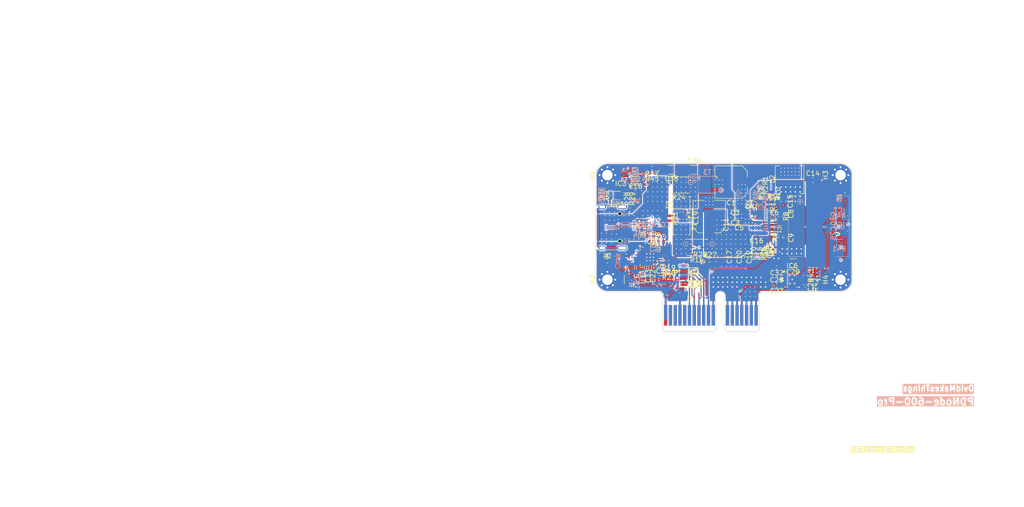
<source format=kicad_pcb>
(kicad_pcb (version 20241229) (generator "pcbnew") (generator_version "9.0")
  (title_block (date "2024-04-13") (rev "${REVISION}") (company "${COMPANY}"))
  (layers (0 "F.Cu" signal "L1 (Sig, PWR)") (4 "In1.Cu" power "L2 (GND)") (6 "In2.Cu" signal "L3 (Sig, PWR)") (8 "In3.Cu" signal "L4 (Sig, PWR)") (10 "In4.Cu" power "L5 (GND)") (2 "B.Cu" signal "L6 (Sig, PWR)") (13 "F.Paste" user) (15 "B.Paste" user) (5 "F.SilkS" user "F.Silkscreen") (7 "B.SilkS" user "B.Silkscreen") (1 "F.Mask" user) (3 "B.Mask" user) (25 "Edge.Cuts" user))
  (property "ASSEMBLY_NOTES" "ASSEMBLY NOTES")
  (property "BOARD_NAME" "PDCard")
  (property "COMPANY" "DvidMakesThings")
  (property "DESIGNER" "David Sipos")
  (property "FABRICATION_NOTES" "FABRICATION NOTES")
  (property "GIT_HASH_PCB" "")
  (property "GIT_HASH_SCH" "")
  (property "GIT_URL" "")
  (property "PROJECT_NAME" "PDNode-600 Pro")
  (property "RELEASE_BODY_1.0.0" "")
  (property "RELEASE_BODY_UNRELEASED" "")
  (property "RELEASE_DATE" "04.02.2026")
  (property "RELEASE_DATE_NUM" "04.02.2026")
  (property "RELEASE_TITLE_1.0.1" "")
  (property "RELEASE_TITLE_UNRELEASED" "")
  (property "REVISION" "1.0.1")
  (property "SHEET_NAME_1" "Cover Page")
  (property "SHEET_NAME_10" "")
  (property "SHEET_NAME_11" "")
  (property "SHEET_NAME_12" "")
  (property "SHEET_NAME_13" "")
  (property "SHEET_NAME_14" "")
  (property "SHEET_NAME_15" "")
  (property "SHEET_NAME_16" "")
  (property "SHEET_NAME_17" "")
  (property "SHEET_NAME_18" "")
  (property "SHEET_NAME_19" "")
  (property "SHEET_NAME_2" "Block Diagram")
  (property "SHEET_NAME_20" "")
  (property "SHEET_NAME_21" "")
  (property "SHEET_NAME_22" "")
  (property "SHEET_NAME_23" "")
  (property "SHEET_NAME_24" "")
  (property "SHEET_NAME_25" "")
  (property "SHEET_NAME_26" "")
  (property "SHEET_NAME_27" "")
  (property "SHEET_NAME_28" "")
  (property "SHEET_NAME_29" "")
  (property "SHEET_NAME_3" "ADJUSTABLE 5A BUCK CONVERTER")
  (property "SHEET_NAME_30" "")
  (property "SHEET_NAME_31" "")
  (property "SHEET_NAME_32" "")
  (property "SHEET_NAME_33" "")
  (property "SHEET_NAME_34" "")
  (property "SHEET_NAME_35" "")
  (property "SHEET_NAME_36" "")
  (property "SHEET_NAME_37" "")
  (property "SHEET_NAME_38" "")
  (property "SHEET_NAME_39" "")
  (property "SHEET_NAME_4" "USB-PD Source Controller")
  (property "SHEET_NAME_40" "")
  (property "SHEET_NAME_5" "Board Connector And Supplies")
  (property "SHEET_NAME_6" "")
  (property "SHEET_NAME_7" "")
  (property "SHEET_NAME_8" "")
  (property "SHEET_NAME_9" "")
  (property "VARIANT" "Pro")
  (net 0 "")
  (net 1 "+24V")
  (net 2 "GND")
  (net 3 "+24V_FILTERED")
  (net 4 "/Block Diagram/Adjustable 5A Buck Converter/SW1")
  (net 5 "+3.54V")
  (net 6 "/Block Diagram/Adjustable 5A Buck Converter/SW2")
  (net 7 "+3.3V")
  (net 8 "/Block Diagram/USB-PD Source Controller/VBUS_MEA_P")
  (net 9 "/Block Diagram/USB-PD Source Controller/VBUS_MEA_N")
  (net 10 "SHIELD")
  (net 11 "+5V")
  (net 12 "/Block Diagram/Board Connector and Supplies/BIAS")
  (net 13 "Net-(D1-Pad2)")
  (net 14 "+5VA")
  (net 15 "Net-(C8-Pad1)")
  (net 16 "Net-(IC5-Y)")
  (net 17 "/Block Diagram/Board Connector and Supplies/SS")
  (net 18 "/Block Diagram/USB-PD Source Controller/CC1")
  (net 19 "/Block Diagram/USB-PD Source Controller/CC2")
  (net 20 "Net-(IC3-A0)")
  (net 21 "Net-(IC3-A1)")
  (net 22 "/Block Diagram/USB-PD Source Controller/PD_ENABLE")
  (net 23 "Net-(C9-Pad2)")
  (net 24 "/Block Diagram/Adjustable 5A Buck Converter/PMIC_VOUT")
  (net 25 "Net-(IC1-IMON)")
  (net 26 "/Block Diagram/Adjustable 5A Buck Converter/ISEN-")
  (net 27 "PGOOD_3V3")
  (net 28 "Net-(JP1-C)")
  (net 29 "/Block Diagram/Board Connector and Supplies/PORT_EN")
  (net 30 "/Block Diagram/Board Connector and Supplies/VBUS_VMON_PORT0")
  (net 31 "/Block Diagram/Adjustable 5A Buck Converter/ISEN+")
  (net 32 "/Block Diagram/USB-PD Source Controller/T3T4DS")
  (net 34 "/Block Diagram/Board Connector and Supplies/FB")
  (net 35 "/Block Diagram/USB-PD Source Controller/VDD_PD")
  (net 36 "/Block Diagram/USB-PD Source Controller/USB_D+")
  (net 37 "/Block Diagram/USB-PD Source Controller/USB_D-")
  (net 38 "/Block Diagram/USB-PD Source Controller/VBUS_MEA")
  (net 39 "Net-(IC7-Y)")
  (net 40 "/Block Diagram/USB-PD Source Controller/DISCHRG")
  (net 41 "/Block Diagram/Adjustable 5A Buck Converter/PD_SCL")
  (net 42 "Net-(IC1-BST1)")
  (net 43 "/Block Diagram/Adjustable 5A Buck Converter/PD_ADD")
  (net 44 "/Block Diagram/Adjustable 5A Buck Converter/PMIC_ENABLE")
  (net 45 "Net-(IC1-BST2)")
  (net 46 "/Block Diagram/Adjustable 5A Buck Converter/PD_SDA")
  (net 47 "/Block Diagram/Adjustable 5A Buck Converter/PD_ALT")
  (net 48 "/Block Diagram/USB-PD Source Controller/PD_CC1")
  (net 49 "Net-(IC2-GPIO2)")
  (net 50 "/Block Diagram/USB-PD Source Controller/PD_CC2")
  (net 51 "/Block Diagram/USB-PD Source Controller/VDRV")
  (net 53 "/Block Diagram/USB-PD Source Controller/I2C_SDCL")
  (net 54 "/Block Diagram/USB-PD Source Controller/PD_ATTACH")
  (net 55 "/Block Diagram/USB-PD Source Controller/I2C_SDA")
  (net 56 "/Block Diagram/USB-PD Source Controller/VBUS")
  (net 59 "/Block Diagram/Board Connector and Supplies/SPI_CS")
  (net 60 "/Block Diagram/Board Connector and Supplies/PD_IRQ")
  (net 61 "/Block Diagram/Board Connector and Supplies/SPI_CLK")
  (net 62 "/Block Diagram/Board Connector and Supplies/PD_RESET")
  (net 63 "/Block Diagram/Board Connector and Supplies/SPI_MISO")
  (net 64 "/Block Diagram/Board Connector and Supplies/PMIC_VMON_PORT0")
  (net 65 "/Block Diagram/Board Connector and Supplies/SPI_MOSI")
  (net 66 "Net-(PMFB1-Pad1)")
  (net 67 "/Block Diagram/USB-PD Source Controller/V_PMIC_OUT")
  (net 68 "Net-(R10-Pad1)")
  (net 69 "/Block Diagram/Adjustable 5A Buck Converter/PM_FB")
  (net 70 "/Block Diagram/USB-PD Source Controller/DCHP")
  (net 71 "Net-(D2-Pad2)")
  (net 72 "Net-(D4-Pad2)")
  (footprint "MountingHole:MountingHole_2.2mm_M2_Pad_Via" (layer "F.Cu") (at 195 65.5 90)
    (property "Reference" "H3")
    (property "Value" "MountingHole_Pad")
  )
  (footprint "DS_Inductor:7443551470" (layer "F.Cu") (at 190.35 77.025 -90)
    (property "Reference" "L1")
    (property "Value" "4.7uH 13A" (hide yes))
  )
  (footprint "Capacitor_SMD:C_0402_1005Metric" (layer "F.Cu") (at 173.7 75.425 180)
    (property "Reference" "C5")
    (property "Value" "100nF 50V")
  )
  (footprint "Resistor_SMD:R_0402_1005Metric" (layer "F.Cu") (at 182.4 74.175 -90)
    (property "Reference" "R8")
    (property "Value" "0R 1%")
  )
  (footprint "MountingHole:MountingHole_2.2mm_M2_Pad_Via" (layer "F.Cu") (at 146 65.5 90)
    (property "Reference" "H1")
    (property "Value" "MountingHole_Pad")
  )
  (footprint "DS_Peripherals:QFN-20-1EP_4x4mm_P0.5mm_EP2x2mm_ThermalVias" (layer "F.Cu") (at 154.975 82.795)
    (property "Reference" "IC2")
    (property "Value" "MPQ5031GRE-0001-AEC1-Z")
  )
  (footprint "Resistor_SMD:R_0402_1005Metric" (layer "F.Cu") (at 179.35 69.575 90)
    (property "Reference" "R12")
    (property "Value" "22R 1%")
  )
  (footprint "Resistor_SMD:R_0402_1005Metric" (layer "F.Cu") (at 187.6 86.65 -90)
    (property "Reference" "R43")
    (property "Value" "7.5K 1%")
  )
  (footprint "Capacitor_SMD:C_1206_3216Metric" (layer "F.Cu") (at 185 84.025 180)
    (property "Reference" "C29")
    (property "Value" "10uF 50V")
  )
  (footprint "Capacitor_SMD:C_0805_2012Metric" (layer "F.Cu") (at 172.85 73.875 180)
    (property "Reference" "C2")
    (property "Value" "10uF 50V")
  )
  (footprint "Resistor_SMD:R_0402_1005Metric" (layer "F.Cu") (at 182.4 78.525 90)
    (property "Reference" "R9")
    (property "Value" "0R 1%")
  )
  (footprint "Resistor_SMD:R_0402_1005Metric" (layer "F.Cu") (at 156.8 78.915 90)
    (property "Reference" "R17")
    (property "Value" "2.2R 1%")
  )
  (footprint "Resistor_SMD:R_0402_1005Metric" (layer "F.Cu") (at 152.4 70.485 90)
    (property "Reference" "R29")
    (property "Value" "1R 1%")
  )
  (footprint "Resistor_SMD:R_0402_1005Metric" (layer "F.Cu") (at 158.9 84.845 180)
    (property "Reference" "R20")
    (property "Value" "100K 1%")
  )
  (footprint "DS_Connector:USB_C_Receptacle_HCTL_HC-TYPE-C-16P-01A" (layer "F.Cu") (at 146 76.5 -90)
    (property "Reference" "J1")
    (property "Value" "USB-TYPE-C-018")
  )
  (footprint "Resistor_SMD:R_0402_1005Metric" (layer "F.Cu") (at 155.41 65.125 180)
    (property "Reference" "R45")
    (property "Value" "2.4K 1%")
  )
  (footprint "MountingHole:MountingHole_2.2mm_M2_Pad_Via" (layer "F.Cu") (at 146 87.5 90)
    (property "Reference" "H2")
    (property "Value" "MountingHole_Pad")
  )
  (footprint "Resistor_SMD:R_2512_6332Metric" (layer "F.Cu") (at 164.8 80.725 180)
    (property "Reference" "R14")
    (property "Value" "0.005R 1% 2W")
  )
  (footprint "Capacitor_SMD:C_0805_2012Metric" (layer "F.Cu") (at 172.85 71.725 180)
    (property "Reference" "C3")
    (property "Value" "10uF 50V")
  )
  (footprint "DS_Vreg:QFN-19_4X5mm_MPQ4232" (layer "F.Cu") (at 179.1 76.525)
    (property "Reference" "IC1")
    (property "Value" "MPQ4232GVE-0000-AEC1-P" (hide yes))
  )
  (footprint "Capacitor_SMD:C_0603_1608Metric" (layer "F.Cu") (at 189.175 66.575)
    (property "Reference" "C14")
    (property "Value" "4.7uF 25V")
  )
  (footprint "Resistor_SMD:R_0402_1005Metric" (layer "F.Cu") (at 145.95 83.575)
    (property "Reference" "R49" (hide yes))
    (property "Value" "1K 1%")
  )
  (footprint "Capacitor_SMD:C_0402_1005Metric" (layer "F.Cu") (at 178.05 71.605 90)
    (property "Reference" "C7")
    (property "Value" "1uF 50V")
  )
  (footprint "DS_Connector:BUS_PCIexpress_x1" (layer "F.Cu") (at 158.25 95)
    (property "Reference" "J2")
    (property "Value" "PCIE EDGE CONNECTOR")
  )
  (footprint "Capacitor_SMD:C_0402_1005Metric" (layer "F.Cu") (at 151.91 69.025)
    (property "Reference" "C18")
    (property "Value" "100nF 50V")
  )
  (footprint "Package_TO_SOT_SMD:SOT-23-5" (layer "F.Cu") (at 151.1 87.425 -90)
    (property "Reference" "U1")
    (property "Value" "24AA02E-OT")
  )
  (footprint "Jumper:SolderJumper-3_P1.3mm_Open_Pad1.0x1.5mm" (layer "F.Cu") (at 162.1 87.025 -90)
    (property "Reference" "JP1" (hide yes))
    (property "Value" "SolderJumper_3_Open")
  )
  (footprint "Capacitor_SMD:C_0402_1005Metric" (layer "F.Cu") (at 187.575 88.6 -90)
    (property "Reference" "C28")
    (property "Value" "2.2nF 50V")
  )
  (footprint "Resistor_SMD:R_0402_1005Metric" (layer "F.Cu") (at 180.85 81.625 90)
    (property "Reference" "R4")
    (property "Value" "2.2K 1%")
  )
  (footprint "Resistor_SMD:R_0402_1005Metric" (layer "F.Cu") (at 158.9 83.845 180)
    (property "Reference" "R19")
    (property "Value" "100K 1%")
  )
  (footprint "DS_Vreg:VSON-10-1EP_3x3mm_P0.5mm_EP1.65x2.4mm_ThermalVias" (layer "F.Cu") (at 184.85 87.475)
    (property "Reference" "IC6")
    (property "Value" "TPS74801DRCT")
  )
  (footprint "Resistor_SMD:R_0402_1005Metric" (layer "F.Cu") (at 178.05 66.675 -90)
    (property "Reference" "R1")
    (property "Value" "100K 1%")
  )
  (footprint "Capacitor_SMD:C_1206_3216Metric" (layer "F.Cu") (at 148 69.82 180)
    (property "Reference" "C23")
    (property "Value" "1nF 2kV")
  )
  (footprint "Capacitor_SMD:C_0402_1005Metric" (layer "F.Cu") (at 175.6 81.975 -90)
    (property "Reference" "C10")
    (property "Value" "100nF 50V")
  )
  (footprint "Resistor_SMD:R_0402_1005Metric" (layer "F.Cu") (at 177.829654 81.979415 -90)
    (property "Reference" "R16")
    (property "Value" "1R 1%")
  )
  (footprint "Capacitor_SMD:C_1206_3216Metric" (layer "F.Cu") (at 157.6 87.545)
    (property "Reference" "C21")
    (property "Value" "4.7uF 50V")
  )
  (footprint "Resistor_SMD:R_0402_1005Metric" (layer "F.Cu") (at 165.4 88.025 90)
    (property "Reference" "R37")
    (property "Value" "10K 1%")
  )
  (footprint "Resistor_SMD:R_0402_1005Metric" (layer "F.Cu") (at 188.6 88.6 -90)
    (property "Reference" "R42")
    (property "Value" "2.4K 1%")
  )
  (footprint "Resistor_SMD:R_0402_1005Metric" (layer "F.Cu") (at 158.9 85.845 180)
    (property "Reference" "R23")
    (property "Value" "100K 1%")
  )
  (footprint "Capacitor_SMD:C_0402_1005Metric" (layer "F.Cu") (at 183.45 78.705 -90)
    (property "Reference" "C9")
    (property "Value" "220nF 50V")
  )
  (footprint "Capacitor_SMD:C_0402_1005Metric" (layer "F.Cu") (at 175.85 73.275)
    (property "Reference" "C4")
    (property "Value" "100nF 50V")
  )
  (footprint "Resistor_SMD:R_0402_1005Metric" (layer "F.Cu") (at 165.5 83.425)
    (property "Reference" "R25")
    (property "Value" "90.9K 1%")
  )
  (footprint "DS_FET:Diodes_PowerDI3333-8" (layer "F.Cu") (at 161.565 76.295 -90)
    (property "Reference" "T1")
    (property "Value" "DMN4008LFG-7")
  )
  (footprint "Capacitor_SMD:C_0402_1005Metric" (layer "F.Cu") (at 178.85 81.625 -90)
    (property "Reference" "C13")
    (property "Value" "100pF 50V")
  )
  (footprint "Resistor_SMD:R_0402_1005Metric" (layer "F.Cu") (at 180.4 69.575 -90)
    (property "Reference" "R10")
    (property "Value" "90.9K 1%")
  )
  (footprint "DS_Capacitor:C_Elec_6.3x7.7" (layer "F.Cu") (at 172 66.975 180)
    (property "Reference" "C1")
    (property "Value" "100uF 50V")
  )
  (footprint "Capacitor_SMD:C_0402_1005Metric" (layer "F.Cu") (at 181.575 88.725 180)
    (property "Reference" "C27")
    (property "Value" "1uF 50V")
  )
  (footprint "Capacitor_SMD:C_1206_3216Metric" (layer "F.Cu") (at 164.195646 64.383701)
    (property "Reference" "C39")
    (property "Value" "4.7uF 50V")
  )
  (footprint "Capacitor_SMD:C_0402_1005Metric" (layer "F.Cu") (at 183.45 73.655 -90)
    (property "Reference" "C8")
    (property "Value" "220nF 50V")
  )
  (footprint "Capacitor_SMD:C_0805_2012Metric" (layer "F.Cu") (at 174.1 82.725 -90)
    (property "Reference" "C12")
    (property "Value" "10uF 50V")
  )
  (footprint "LED_SMD:LED_0402_1005Metric" (layer "F.Cu") (at 144.4 83.09 -90)
    (property "Reference" "D1" (hide yes))
    (property "Value" "Green")
  )
  (footprint "Resistor_SMD:R_0402_1005Metric" (layer "F.Cu") (at 149.94 82.50175 180)
    (property "Reference" "R52" (hide yes))
    (property "Value" "90.9K 1%")
  )
  (footprint "Resistor_SMD:R_0402_1005Metric" (layer "F.Cu") (at 178.05 68.625 -90)
    (property "Reference" "R2")
    (property "Value" "100K 1%")
  )
  (footprint "Capacitor_SMD:C_0805_2012Metric" (layer "F.Cu") (at 172.05 82.725 -90)
    (property "Reference" "C20")
    (property "Value" "10nF 50V")
  )
  (footprint "Capacitor_SMD:C_0402_1005Metric" (layer "F.Cu") (at 154.4 86.745 -90)
    (property "Reference" "C22")
    (property "Value" "100nF 50V")
  )
  (footprint "Capacitor_SMD:C_0402_1005Metric" (layer "F.Cu") (at 177.35 80.475)
    (property "Reference" "C16")
    (property "Value" "1uF 50V")
  )
  (footprint "Resistor_SMD:R_0402_1005Metric" (layer "F.Cu") (at 181.85 81.625 90)
    (property "Reference" "R5")
    (property "Value" "2.2K 1%")
  )
  (footprint "Capacitor_SMD:C_0402_1005Metric" (layer "F.Cu") (at 181.575 86.4 180)
    (property "Reference" "C26")
    (property "Value" "1uF 50V")
  )
  (footprint "Capacitor_SMD:C_1206_3216Metric" (layer "F.Cu") (at 159.45 64.375 180)
    (property "Reference" "C38")
    (property "Value" "4.7uF 50V")
  )
  (footprint "Capacitor_SMD:C_0402_1005Metric" (layer "F.Cu") (at 172.1 75.925 90)
    (property "Reference" "C11")
    (property "Value" "100nF 50V")
  )
  (footprint "Capacitor_SMD:C_0402_1005Metric" (layer "F.Cu") (at 181.07 72.225 180)
    (property "Reference" "C6")
    (property "Value" "1uF 50V")
  )
  (footprint "DS_Capacitor:C_Elec_6.3x7.7" (layer "F.Cu") (at 167.4 74.225 90)
    (property "Reference" "C19")
    (property "Value" "100uF 50V")
  )
  (footprint "DS_Peripherals:SOT-23-8" (layer "F.Cu") (at 152.625 66.3875 90)
    (property "Reference" "IC3")
    (property "Value" "INA219BIDCNT")
  )
  (footprint "Resistor_SMD:R_0402_1005Metric" (layer "F.Cu") (at 159.05 74.575 -90)
    (property "Reference" "R21")
    (property "Value" "100K 1%")
  )
  (footprint "Resistor_SMD:R_0402_1005Metric" (layer "F.Cu") (at 151.4 70.485 90)
    (property "Reference" "R28")
    (property "Value" "1R 1%")
  )
  (footprint "Resistor_SMD:R_0402_1005Metric" (layer "F.Cu") (at 147.99 82.50175 180)
    (property "Reference" "R53" (hide yes))
    (property "Value" "10K 1%")
  )
  (footprint "Resistor_SMD:R_0402_1005Metric" (layer "F.Cu") (at 167.5 83.425)
    (property "Reference" "R27")
    (property "Value" "10K 1%")
  )
  (footprint "DS_FET:Diodes_PowerDI3333-8" (layer "F.Cu") (at 161.565 71.795 90)
    (property "Reference" "T2")
    (property "Value" "DMN4008LFG-7")
  )
  (footprint "Resistor_SMD:R_0402_1005Metric" (layer "F.Cu") (at 179.85 81.625 90)
    (property "Reference" "R6")
    (property "Value" "10K 1%")
  )
  (footprint "Resistor_SMD:R_0402_1005Metric" (layer "F.Cu") (at 179.597544 71.670065 -90)
    (property "Reference" "R13")
    (property "Value" "51K 1%")
  )
  (footprint "Resistor_SMD:R_0402_1005Metric" (layer "F.Cu") (at 177.036657 71.605 90)
    (property "Reference" "R3")
    (property "Value" "0R 1%")
  )
  (footprint "DS_Diode:USON10_2.5x1" (layer "F.Cu") (at 153.6 76.025 180)
    (property "Reference" "D5")
    (property "Value" "TPD4EUSB30DQAR")
  )
  (footprint "Resistor_SMD:R_0402_1005Metric" (layer "F.Cu") (at 155.41 64.05 180)
    (property "Reference" "R47")
    (property "Value" "2.4K 1%")
  )
  (footprint "Resistor_SMD:R_0402_1005Metric" (layer "F.Cu") (at 157.8 78.925 90)
    (property "Reference" "R18")
    (property "Value" "2.2R 1%")
  )
  (footprint "Resistor_SMD:R_0402_1005Metric" (layer "F.Cu") (at 177 69.675 -90)
    (property "Reference" "R7")
    (property "Value" "0R 1%")
  )
  (footprint "Resistor_SMD:R_0402_1005Metric" (layer "F.Cu") (at 181.07 71.125)
    (property "Reference" "R11")
    (property "Value" "10K 1%")
  )
  (footprint "Resistor_SMD:R_2512_6332Metric" (layer "F.Cu") (at 161 67.575 180)
    (property "Reference" "R24")
    (property "Value" "0.005R 1% 2W")
  )
  (footprint "LED_SMD:LED_0402_1005Metric" (layer "F.Cu") (at 144.65 69.7425 -90)
    (property "Reference" "D2")
    (property "Value" "Blue")
  )
  (footprint "Capacitor_SMD:C_0603_1608Metric" (layer "F.Cu") (at 183 71.025 -90)
    (property "Reference" "C15")
    (property "Value" "4.7uF 25V")
  )
  (footprint "DS_Inductor:5.5x5.3mm_XAL5030-222MEC" (layer "F.Cu") (at 184.3 66.625 90)
    (property "Reference" "L2")
    (property "Value" "2.2uH 9.7A")
  )
  (footprint "Resistor_SMD:R_0402_1005Metric" (layer "F.Cu") (at 176.868142 81.97563 -90)
    (property "Reference" "R15")
    (property "Value" "1R 1%")
  )
  (footprint "Capacitor_SMD:C_0402_1005Metric" (layer "F.Cu") (at 153.4 86.745 -90)
    (property "Reference" "C33")
    (property "Value" "470nF 50V")
  )
  (footprint "MountingHole:MountingHole_2.2mm_M2_Pad_Via" (layer "F.Cu") (at 195 87.5 90)
    (property "Reference" "H4")
    (property "Value" "MountingHole_Pad")
  )
  (footprint "Capacitor_SMD:C_0805_2012Metric" (layer "F.Cu") (at 169.95 82.725 -90)
    (property "Reference" "C17")
    (property "Value" "4.7uF 50V")
  )
  (footprint "Capacitor_SMD:C_0402_1005Metric" (layer "F.Cu") (at 181.6 84.925 180)
    (property "Reference" "C32")
    (property "Value" "100nF 50V")
  )
  (footprint "Resistor_SMD:R_0402_1005Metric" (layer "B.Cu") (at 150.45 66.825 -90)
    (property "Reference" "R35" (hide yes))
    (property "Value" "10K 1%")
  )
  (footprint "DS_Test:TestPoint_0.6mm" (layer "B.Cu") (at 180.35 70.075 180)
    (property "Reference" "PMFB1" (hide yes))
    (property "Value" "~")
  )
  (footprint "Capacitor_SMD:C_0402_1005Metric" (layer "B.Cu") (at 152.78 75.025)
    (property "Reference" "C35")
    (property "Value" "1nF 50V")
  )
  (footprint "DS_Test:TestPoint_0.6mm" (layer "B.Cu") (at 169.9 68.675 180)
    (property "Reference" "DCRG1" (hide yes))
    (property "Value" "~")
  )
  (footprint "DS_Test:TestPoint_0.6mm" (layer "B.Cu") (at 163.2 74.775 180)
    (property "Reference" "VSS1" (hide yes))
    (property "Value" "~")
  )
  (footprint "Capacitor_SMD:C_0402_1005Metric" (layer "B.Cu") (at 156.75 80.395 -90)
    (property "Reference" "C37")
    (property "Value" "390pF 50V")
  )
  (footprint "Capacitor_SMD:C_0402_1005Metric" (layer "B.Cu") (at 153.67 67.475 180)
    (property "Reference" "C41")
    (property "Value" "100nF 50V")
  )
  (footprint "DS_Test:TestPoint_0.6mm" (layer "B.Cu") (at 165.95 83.675 180)
    (property "Reference" "PMON1" (hide yes))
    (property "Value" "~")
  )
  (footprint "DS_Test:TestPoint_0.6mm" (layer "B.Cu") (at 164.7 85.725 180)
    (property "Reference" "PDAT1" (hide yes))
    (property "Value" "~")
  )
  (footprint "Capacitor_SMD:C_0402_1005Metric" (layer "B.Cu") (at 157.75 80.375 -90)
    (property "Reference" "C36")
    (property "Value" "390pF 50V")
  )
  (footprint "Resistor_SMD:R_0402_1005Metric" (layer "B.Cu") (at 194.69 79.825)
    (property "Reference" "R41")
    (property "Value" "1K 1%")
  )
  (footprint "DS_Test:TestPoint_0.6mm" (layer "B.Cu") (at 162 84.525 180)
    (property "Reference" "PD5" (hide yes))
    (property "Value" "~")
  )
  (footprint "Capacitor_SMD:C_0402_1005Metric" (layer "B.Cu") (at 151.1 88.125 90)
    (property "Reference" "C31")
    (property "Value" "100nF 50V")
  )
  (footprint "Capacitor_SMD:C_0402_1005Metric" (layer "B.Cu") (at 152.78 76.995)
    (property "Reference" "C34")
    (property "Value" "1nF 50V")
  )
  (footprint "Capacitor_SMD:C_0402_1005Metric" (layer "B.Cu") (at 192.325 74.6325 90)
    (property "Reference" "C30")
    (property "Value" "100nF 50V")
  )
  (footprint "Resistor_SMD:R_0402_1005Metric" (layer "B.Cu") (at 150.45 64.885 -90)
    (property "Reference" "R33" (hide yes))
    (property "Value" "10K 1%")
  )
  (footprint "Resistor_SMD:R_0402_1005Metric" (layer "B.Cu") (at 194.65 72.925)
    (property "Reference" "R46")
    (property "Value" "1K 1%")
  )
  (footprint "Resistor_SMD:R_1206_3216Metric" (layer "B.Cu") (at 148 69.825 180)
    (property "Reference" "R26" (hide yes))
    (property "Value" "1M 1%")
  )
  (footprint "Resistor_SMD:R_0402_1005Metric" (layer "B.Cu") (at 149.41 66.825 -90)
    (property "Reference" "R34" (hide yes))
    (property "Value" "10K 1%")
  )
  (footprint "DS_Test:TestPoint_0.6mm" (layer "B.Cu") (at 153.45 86.225 180)
    (property "Reference" "PD18" (hide yes))
    (property "Value" "~")
  )
  (footprint "DS_Test:TestPoint_0.6mm" (layer "B.Cu") (at 148.15 84.625 180)
    (property "Reference" "VMON1" (hide yes))
    (property "Value" "~")
  )
  (footprint "DS_Test:TestPoint_0.6mm" (layer "B.Cu") (at 157.75 78.475 180)
    (property "Reference" "CC2")
    (property "Value" "~")
  )
  (footprint "DS_Peripherals:SOT-363_SC-70-6" (layer "B.Cu") (at 194.7375 74.84 180)
    (property "Reference" "IC7")
    (property "Value" "SN74LVC1G97QDCKRQ1")
  )
  (footprint "DS_Test:TestPoint_0.6mm" (layer "B.Cu") (at 178.2 72.225 180)
    (property "Reference" "PM5" (hide yes))
    (property "Value" "~")
  )
  (footprint "LED_SMD:LED_0402_1005Metric" (layer "B.Cu") (at 195.9 70.375 -90)
    (property "Reference" "D4" (hide yes))
    (property "Value" "Blue")
  )
  (footprint "DS_Test:TestPoint_0.6mm" (layer "B.Cu") (at 173.5 69.275 180)
    (property "Reference" "V24F1" (hide yes))
    (property "Value" "~")
  )
  (footprint "DS_Test:TestPoint_0.6mm" (layer "B.Cu") (at 180.85 74.425 180)
    (property "Reference" "PM3" (hide yes))
    (property "Value" "~")
  )
  (footprint "Capacitor_SMD:C_0402_1005Metric" (layer "B.Cu") (at 192.325 77.7125 90)
    (property "Reference" "C25")
    (property "Value" "100nF 50V")
  )
  (footprint "DS_Test:TestPoint_0.6mm" (layer "B.Cu") (at 154.3 78.325 180)
    (property "Reference" "CC1")
    (property "Value" "~")
  )
  (footprint "DS_Test:TestPoint_0.6mm" (layer "B.Cu") (at 163.5 67.025 180)
    (property "Reference" "VBUS1" (hide yes))
    (property "Value" "~")
  )
  (footprint "Resistor_SMD:R_0402_1005Metric" (layer "B.Cu") (at 149.4 64.885 -90)
    (property "Reference" "R32" (hide yes))
    (property "Value" "10K 1%")
  )
  (footprint "Resistor_SMD:R_1206_3216Metric" (layer "B.Cu") (at 164.195646 64.383701)
    (property "Reference" "R22")
    (property "Value" "100R 1%")
  )
  (footprint "DS_Test:TestPoint_0.6mm" (layer "B.Cu") (at 162.45 79.975 180)
    (property "Reference" "PMO2" (hide yes))
    (property "Value" "~")
  )
  (footprint "DS_FET:Diodes_PowerDI3333-8" (layer "B.Cu") (at 167 67.525 180)
    (property "Reference" "T3")
    (property "Value" "DMN4008LFG-7")
  )
  (footprint "DS_Test:TestPoint_0.6mm" (layer "B.Cu") (at 178 68.075 180)
    (property "Reference" "PME1" (hide yes))
    (property "Value" "~")
  )
  (footprint "DS_Test:TestPoint_0.6mm" (layer "B.Cu") (at 160.5 74.825 180)
    (property "Reference" "VDRV1" (hide yes))
    (property "Value" "~")
  )
  (footprint "DS_Test:TestPoint_0.6mm" (layer "B.Cu") (at 186.5 71.075 180)
    (property "Reference" "V24" (hide yes))
    (property "Value" "~")
  )
  (footprint "DS_Test:TestPoint_0.6mm" (layer "B.Cu") (at 157.65 84.725 180)
    (property "Reference" "PDEN1" (hide yes))
    (property "Value" "~")
  )
  (footprint "DS_Test:TestPoint_0.6mm" (layer "B.Cu") (at 168.05 80.025 180)
    (property "Reference" "PMO1" (hide yes))
    (property "Value" "~")
  )
  (footprint "DS_Peripherals:SOT-363_SC-70-6" (layer "B.Cu") (at 194.6875 77.925 180)
    (property "Reference" "IC5")
    (property "Value" "SN74LVC1G97QDCKRQ1")
  )
  (gr_line (start 170.7 97.95) (end 170.7 91) (stroke (width 0.1)) (layer "Edge.Cuts"))
  (gr_arc (start 169.75 90.05) (mid 170.421751 90.328249) (end 170.7 91) (stroke (width 0.1)) (layer "Edge.Cuts"))
  (gr_line (start 168.8 91) (end 168.8 97.95) (stroke (width 0.1)) (layer "Edge.Cuts"))
  (gr_line (start 177.4 98.45) (end 171.2 98.45) (stroke (width 0.1)) (layer "Edge.Cuts"))
  (gr_line (start 177.9 90.55) (end 178.4 90.05) (stroke (width 0.1)) (layer "Edge.Cuts"))
  (gr_arc (start 146.075 90.05) (mid 144.307233 89.317767) (end 143.575 87.55) (stroke (width 0.1)) (layer "Edge.Cuts"))
  (gr_line (start 157.6 97.95) (end 157.6 90.55) (stroke (width 0.1)) (layer "Edge.Cuts"))
  (gr_arc (start 195 63) (mid 196.767767 63.732233) (end 197.5 65.5) (stroke (width 0.1)) (layer "Edge.Cuts"))
  (gr_line (start 146.075 90.05) (end 157.1 90.05) (stroke (width 0.1)) (layer "Edge.Cuts"))
  (gr_line (start 146.075 63) (end 195 63) (stroke (width 0.1)) (layer "Edge.Cuts"))
  (gr_line (start 168.8 97.95) (end 168.3 98.45) (stroke (width 0.1)) (layer "Edge.Cuts"))
  (gr_line (start 158.1 98.45) (end 157.6 97.95) (stroke (width 0.1)) (layer "Edge.Cuts"))
  (gr_line (start 157.6 90.55) (end 157.1 90.05) (stroke (width 0.1)) (layer "Edge.Cuts"))
  (gr_line (start 195 90.05) (end 178.4 90.05) (stroke (width 0.1)) (layer "Edge.Cuts"))
  (gr_line (start 177.9 97.95) (end 177.9 90.55) (stroke (width 0.1)) (layer "Edge.Cuts"))
  (gr_arc (start 143.575 65.5) (mid 144.307233 63.732233) (end 146.075 63) (stroke (width 0.1)) (layer "Edge.Cuts"))
  (gr_line (start 168.3 98.45) (end 158.1 98.45) (stroke (width 0.1)) (layer "Edge.Cuts"))
  (gr_line (start 197.5 65.5) (end 197.5 87.55) (stroke (width 0.1)) (layer "Edge.Cuts"))
  (gr_line (start 171.2 98.45) (end 170.7 97.95) (stroke (width 0.1)) (layer "Edge.Cuts"))
  (gr_line (start 177.9 97.95) (end 177.4 98.45) (stroke (width 0.1)) (layer "Edge.Cuts"))
  (gr_line (start 143.575 87.55) (end 143.575 65.5) (stroke (width 0.1)) (layer "Edge.Cuts"))
  (gr_arc (start 168.8 91) (mid 169.078249 90.328249) (end 169.75 90.05) (stroke (width 0.1)) (layer "Edge.Cuts"))
  (gr_arc (start 197.5 87.55) (mid 196.767767 89.317767) (end 195 90.05) (stroke (width 0.1)) (layer "Edge.Cuts"))
  (gr_text "EN" (at 145.15 82.975 0) (layer "F.SilkS" knockout) (effects (font (size 0.8 0.8)) (justify left bottom)))
  (gr_text "PDNode-600-Pro" (at 196.95 123.825 0) (layer "F.SilkS" knockout) (effects (font (size 1 1)) (justify left bottom)))
  (gr_text "5V" (at 163 86.293765 0) (layer "F.SilkS" knockout) (effects (font (size 1 1) (thickness 0.3) (bold yes)) (justify left bottom)))
  (gr_text "3V3" (at 166.2 89.025 0) (layer "F.SilkS" knockout) (effects (font (size 1 1) (thickness 0.3) (bold yes)) (justify right bottom)))
  (gr_text "PG" (at 194.25 71.275 270) (layer "B.SilkS" knockout) (effects (font (size 0.8 0.8)) (justify left bottom mirror)))
  (gr_text "PDNode-600-Pro" (at 202.5 114.025 0) (layer "B.SilkS" knockout) (effects (font (size 1.5 1.5) (thickness 0.3) (bold yes)) (justify right bottom mirror)))
  (gr_text "OEN" (at 145.4 68.1 90) (layer "B.SilkS" knockout) (effects (font (size 1 1)) (justify left bottom mirror)))
  (gr_text "DvidMakesThings" (at 207.9 111.075 0) (layer "B.SilkS" knockout) (effects (font (size 1.2 1.2) (thickness 0.3) (bold yes)) (justify right bottom mirror)))
  (gr_text "ADDR" (at 152.45 63.825 90) (layer "B.SilkS" knockout) (effects (font (size 1 1)) (justify left bottom mirror)))
  (segment (start 186.5 67.525) (end 186.5 68.025) (width 0.35) (layer "F.Cu") (net 1))
  (segment (start 171.25 87.175) (end 171.25 89.025) (width 0.35) (layer "F.Cu") (net 1))
  (segment (start 168.25 95) (end 168.25 89.025) (width 0.35) (layer "F.Cu") (net 1))
  (segment (start 187.45 66.575) (end 186.5 67.525) (width 0.35) (layer "F.Cu") (net 1))
  (segment (start 173.25 87.175) (end 173.25 89.025) (width 0.35) (layer "F.Cu") (net 1))
  (segment (start 171.25 95) (end 171.25 89.025) (width 0.35) (layer "F.Cu") (net 1))
  (segment (start 172.25 95) (end 172.25 89.025) (width 0.35) (layer "F.Cu") (net 1))
  (segment (start 173.25 95) (end 173.25 89.025) (width 0.35) (layer "F.Cu") (net 1))
  (segment (start 168.25 89.025) (end 168.25 87.175) (width 0.35) (layer "F.Cu") (net 1))
  (segment (start 188.4 66.575) (end 187.45 66.575) (width 0.35) (layer "F.Cu") (net 1))
  (segment (start 172.25 87.175) (end 172.25 89.025) (width 0.35) (layer "F.Cu") (net 1))
  (via (at 168.25 87.025) (size 0.55) (drill 0.3) (layers "F.Cu" "B.Cu") (net 1))
  (via (at 184.5 70.025) (size 0.55) (drill 0.3) (layers "F.Cu" "B.Cu") (net 1))
  (via (at 175.25 87.025) (size 0.55) (drill 0.3) (layers "F.Cu" "B.Cu") (net 1))
  (via (at 185.75 81.025) (size 0.55) (drill 0.3) (layers "F.Cu" "B.Cu") (net 1))
  (via (at 182.5 69.025) (size 0.55) (drill 0.3) (layers "F.Cu" "B.Cu") (net 1))
  (via (at 170.25 89.025) (size 0.55) (drill 0.3) (layers "F.Cu" "B.Cu") (net 1))
  (via (at 169.3 89.025) (size 0.55) (drill 0.3) (layers "F.Cu" "B.Cu") (net 1))
  (via (at 186.5 69.025) (size 0.55) (drill 0.3) (layers "F.Cu" "B.Cu") (net 1))
  (via (at 183.75 81.025) (size 0.55) (drill 0.3) (layers "F.Cu" "B.Cu") (net 1))
  (via (at 181.5 68.025) (size 0.55) (drill 0.3) (layers "F.Cu" "B.Cu") (net 1))
  (via (at 185.5 68.025) (size 0.55) (drill 0.3) (layers "F.Cu" "B.Cu") (net 1))
  (via (at 186.5 68.025) (size 0.55) (drill 0.3) (layers "F.Cu" "B.Cu") (net 1))
  (via (at 185.5 70.025) (size 0.55) (drill 0.3) (layers "F.Cu" "B.Cu") (net 1))
  (via (at 185.75 82.025) (size 0.55) (drill 0.3) (layers "F.Cu" "B.Cu") (net 1))
  (via (at 171.25 88.025) (size 0.55) (drill 0.3) (layers "F.Cu" "B.Cu") (net 1))
  (via (at 182.75 81.025) (size 0.55) (drill 0.3) (layers "F.Cu" "B.Cu") (net 1))
  (via (at 181 83.025) (size 0.55) (drill 0.3) (layers "F.Cu" "B.Cu") (net 1))
  (via (at 178.25 88.025) (size 0.55) (drill 0.3) (layers "F.Cu" "B.Cu") (net 1))
  (via (at 184.5 68.025) (size 0.55) (drill 0.3) (layers "F.Cu" "B.Cu") (net 1))
  (via (at 173.25 87.025) (size 0.55) (drill 0.3) (layers "F.Cu" "B.Cu") (net 1))
  (via (at 173.25 88.025) (size 0.55) (drill 0.3) (layers "F.Cu" "B.Cu") (net 1))
  (via (at 168.25 89.025) (size 0.55) (drill 0.3) (layers "F.Cu" "B.Cu") (net 1))
  (via (at 186.75 82.025) (size 0.55) (drill 0.3) (layers "F.Cu" "B.Cu") (net 1))
  (via (at 183.5 68.025) (size 0.55) (drill 0.3) (layers "F.Cu" "B.Cu") (net 1))
  (via (at 169.3 87.025) (size 0.55) (drill 0.3) (layers "F.Cu" "B.Cu") (net 1))
  (via (at 183.75 82.025) (size 0.55) (drill 0.3) (layers "F.Cu" "B.Cu") (net 1))
  (via (at 174.25 88.025) (size 0.55) (drill 0.3) (layers "F.Cu" "B.Cu") (net 1))
  (via (at 177.25 88.025) (size 0.55) (drill 0.3) (layers "F.Cu" "B.Cu") (net 1))
  (via (at 171.25 89.025) (size 0.55) (drill 0.3) (layers "F.Cu" "B.Cu") (net 1))
  (via (at 182.5 68.025) (size 0.55) (drill 0.3) (layers "F.Cu" "B.Cu") (net 1))
  (via (at 185.5 71.025) (size 0.55) (drill 0.3) (layers "F.Cu" "B.Cu") (net 1))
  (via (at 173.25 89.025) (size 0.55) (drill 0.3) (layers "F.Cu" "B.Cu") (net 1))
  (via (at 179.25 89.025) (size 0.55) (drill 0.3) (layers "F.Cu" "B.Cu") (net 1))
  (via (at 185.5 69.025) (size 0.55) (drill 0.3) (layers "F.Cu" "B.Cu") (net 1))
  (via (at 178.24353 87.024481) (size 0.55) (drill 0.3) (layers "F.Cu" "B.Cu") (net 1))
  (via (at 184.75 82.025) (size 0.55) (drill 0.3) (layers "F.Cu" "B.Cu") (net 1))
  (via (at 186.75 81.025) (size 0.55) (drill 0.3) (layers "F.Cu" "B.Cu") (net 1))
  (via (at 177.25 87.025) (size 0.55) (drill 0.3) (layers "F.Cu" "B.Cu") (net 1))
  (via (at 179.25 88.025) (size 0.55) (drill 0.3) (layers "F.Cu" "B.Cu") (net 1))
  (via (at 172.25 89.025) (size 0.55) (drill 0.3) (layers "F.Cu" "B.Cu") (net 1))
  (via (at 183.5 69.025) (size 0.55) (drill 0.3) (layers "F.Cu" "B.Cu") (net 1))
  (via (at 184.5 69.025) (size 0.55) (drill 0.3) (layers "F.Cu" "B.Cu") (net 1))
  (via (at 184.75 81.025) (size 0.55) (drill 0.3) (layers "F.Cu" "B.Cu") (net 1))
  (via (at 169.3 88.025) (size 0.55) (drill 0.3) (layers "F.Cu" "B.Cu") (net 1))
  (via (at 182 83.025) (size 0.55) (drill 0.3) (layers "F.Cu" "B.Cu") (net 1))
  (via (at 171.25 87.025) (size 0.55) (drill 0.3) (layers "F.Cu" "B.Cu") (net 1))
  (via (at 178.25 89.025) (size 0.55) (drill 0.3) (layers "F.Cu" "B.Cu") (net 1))
  (via (at 184.5 71.025) (size 0.55) (drill 0.3) (layers "F.Cu" "B.Cu") (net 1))
  (via (at 186.5 71.025) (size 0.55) (drill 0.3) (layers "F.Cu" "B.Cu") (net 1))
  (via (at 181.5 69.025) (size 0.55) (drill 0.3) (layers "F.Cu" "B.Cu") (net 1))
  (via (at 176.25 87.025) (size 0.55) (drill 0.3) (layers "F.Cu" "B.Cu") (net 1))
  (via (at 174.25 87.025) (size 0.55) (drill 0.3) (layers "F.Cu" "B.Cu") (net 1))
  (via (at 176.25 88.025) (size 0.55) (drill 0.3) (layers "F.Cu" "B.Cu") (net 1))
  (via (at 175.25 88.025) (size 0.55) (drill 0.3) (layers "F.Cu" "B.Cu") (net 1))
  (via (at 168.25 88.025) (size 0.55) (drill 0.3) (layers "F.Cu" "B.Cu") (net 1))
  (via (at 170.25 87.025) (size 0.55) (drill 0.3) (layers "F.Cu" "B.Cu") (net 1))
  (via (at 182.75 82.025) (size 0.55) (drill 0.3) (layers "F.Cu" "B.Cu") (net 1))
  (via (at 172.25 88.025) (size 0.55) (drill 0.3) (layers "F.Cu" "B.Cu") (net 1))
  (via (at 172.25 87.025) (size 0.55) (drill 0.3) (layers "F.Cu" "B.Cu") (net 1))
  (via (at 170.25 88.025) (size 0.55) (drill 0.3) (layers "F.Cu" "B.Cu") (net 1))
  (via (at 186.5 70.025) (size 0.55) (drill 0.3) (layers "F.Cu" "B.Cu") (net 1))
  (segment (start 173.25 95) (end 173.25 89.025) (width 0.35) (layer "B.Cu") (net 1))
  (segment (start 172.25 95) (end 172.25 89.025) (width 0.35) (layer "B.Cu") (net 1))
  (segment (start 171.25 95) (end 171.25 89.025) (width 0.35) (layer "B.Cu") (net 1))
  (segment (start 168.25 95) (end 168.25 89.025) (width 0.35) (layer "B.Cu") (net 1))
  (segment (start 183 71.8) (end 182.975 71.8) (width 0.25) (layer "F.Cu") (net 2))
  (segment (start 184 84.775) (end 184 84.5) (width 0.3) (layer "F.Cu") (net 2))
  (segment (start 168.01 83.425) (end 168.5 83.425) (width 0.25) (layer "F.Cu") (net 2))
  (segment (start 175.25 91.275) (end 175 91.025) (width 0.4) (layer "F.Cu") (net 2))
  (segment (start 189.95 66.575) (end 191.043706 66.575) (width 0.35) (layer "F.Cu") (net 2))
  (segment (start 157.5 65.225) (end 157.975 64.75) (width 0.2) (layer "F.Cu") (net 2))
  (segment (start 177.036657 71.095) (end 178.02 71.095) (width 0.3) (layer "F.Cu") (net 2))
  (segment (start 145.23 82.605) (end 145.25 82.625) (width 0.25) (layer "F.Cu") (net 2))
  (segment (start 167.358227 71.932661) (end 167.370727 71.920161) (width 0.35) (layer "F.Cu") (net 2))
  (segment (start 165.670646 64.695646) (end 166 65.025) (width 0.2) (layer "F.Cu") (net 2))
  (segment (start 171.9 73.875) (end 171.9 72.825) (width 0.25) (layer "F.Cu") (net 2))
  (segment (start 147.47325 82.50175) (end 147.45 82.525) (width 0.3) (layer "F.Cu") (net 2))
  (segment (start 175.6 82.455) (end 175.6 83.175) (width 0.25) (layer "F.Cu") (net 2))
  (segment (start 173.1 83.675) (end 170.95 83.675) (width 0.25) (layer "F.Cu") (net 2))
  (segment (start 177.25 95) (end 177.25 91.275) (width 0.4) (layer "F.Cu") (net 2))
  (segment (start 154.4 87.225) (end 154.4 88.025) (width 0.2) (layer "F.Cu") (net 2))
  (segment (start 178.05 71.125) (end 178.75 71.125) (width 0.25) (layer "F.Cu") (net 2))
  (segment (start 187.575 89.08) (end 188.57 89.08) (width 0.3) (layer "F.Cu") (net 2))
  (segment (start 152.95 68.625) (end 153.15 68.825) (width 0.2) (layer "F.Cu") (net 2))
  (segment (start 172.1 75.445) (end 172.1 75.475) (width 0.25) (layer "F.Cu") (net 2))
  (segment (start 175 91.025) (end 175 90.025) (width 0.4) (layer "F.Cu") (net 2))
  (segment (start 175 90.025) (end 175 89.025) (width 0.4) (layer "F.Cu") (net 2))
  (segment (start 144.65 69.2575) (end 144.65 69.275) (width 0.3) (layer "F.Cu") (net 2))
  (segment (start 153.05 83.795) (end 153.975 83.795) (width 0.25) (layer "F.Cu") (net 2))
  (segment (start 152.95 67.525) (end 152.95 68.625) (width 0.2) (layer "F.Cu") (net 2))
  (segment (start 177 89.025) (end 177 91.025) (width 0.4) (layer "F.Cu") (net 2))
  (segment (start 186.325 88.475) (end 185.47 88.475) (width 0.3) (layer "F.Cu") (net 2))
  (segment (start 167.320727 71.932661) (end 167.358227 71.932661) (width 0.35) (layer "F.Cu") (net 2))
  (segment (start 154.0175 76.025) (end 153.6 76.025) (width 0.2) (layer "F.Cu") (net 2))
  (segment (start 178.85 82.105) (end 178.85 82.875) (width 0.25) (layer "F.Cu") (net 2))
  (segment (start 147.48 82.50175) (end 147.47325 82.50175) (width 0.3) (layer "F.Cu") (net 2))
  (segment (start 159.075 88.104232) (end 159.079447 88.108679) (width 0.35) (layer "F.Cu") (net 2))
  (segment (start 171 84.725) (end 171 83.725) (width 0.25) (layer "F.Cu") (net 2))
  (segment (start 185.1 86.385) (end 185.33 86.615) (width 0.3) (layer "F.Cu") (net 2))
  (segment (start 180.275055 73.025) (end 180.55 73.025) (width 0.25) (layer "F.Cu") (net 2))
  (segment (start 188.57 89.08) (end 188.6 89.11) (width 0.3) (layer "F.Cu") (net 2))
  (segment (start 180.225 73.075055) (end 180.275055 73.025) (width 0.25) (layer "F.Cu") (net 2))
  (segment (start 180.59 72.735) (end 180.59 72.225) (width 0.25) (layer "F.Cu") (net 2))
  (segment (start 179.825 74.275) (end 179.825 73.5) (width 0.25) (layer "F.Cu") (net 2))
  (segment (start 153.4 87.225) (end 153.4 88.025) (width 0.2) (layer "F.Cu") (net 2))
  (segment (start 186.325 88.475) (end 186.325 89.05) (width 0.3) (layer "F.Cu") (net 2))
  (segment (start 185.47 88.475) (end 185.33 88.335) (width 0.3) (layer "F.Cu") (net 2))
  (segment (start 173.1 84.725) (end 173.1 83.675) (width 0.25) (layer "F.Cu") (net 2))
  (segment (start 184.6 89.025) (end 185.1 89.025) (width 0.3) (layer "F.Cu") (net 2))
  (segment (start 161.25 95) (end 161.25 90.275) (width 0.4) (layer "F.Cu") (net 2))
  (segment (start 144.4 82.605) (end 145.23 82.605) (width 0.25) (layer "F.Cu") (net 2))
  (segment (start 185.1 85.925) (end 184.6 85.925) (width 0.3) (layer "F.Cu") (net 2))
  (segment (start 170.95 83.675) (end 169.95 83.675) (width 0.25) (layer "F.Cu") (net 2))
  (segment (start 171.9 71.725) (end 171.9 70.575) (width 0.25) (layer "F.Cu") (net 2))
  (segment (start 169.95 83.675) (end 168.75 83.675) (width 0.25) (layer "F.Cu") (net 2))
  (segment (start 169.95 83.675) (end 169.95 84.725) (width 0.25) (layer "F.Cu") (net 2))
  (segment (start 188.6 89.11) (end 189.285 89.11) (width 0.3) (layer "F.Cu") (net 2))
  (segment (start 181.5 84.025) (end 183.525 84.025) (width 0.15) (layer "F.Cu") (net 2))
  (segment (start 178.05 71.125) (end 178.05 70.425) (width 0.25) (layer "F.Cu") (net 2))
  (segment (start 178.05 69.135) (end 178.05 69.825) (width 0.25) (layer "F.Cu") (net 2))
  (segment (start 154.975 84.72) (end 154.975 83.495) (width 0.2) (layer "F.Cu") (net 2))
  (segment (start 157.975 64.75) (end 157.975 64.375) (width 0.2) (layer "F.Cu") (net 2))
  (segment (start 153.975 83.795) (end 154.275 83.495) (width 0.25) (layer "F.Cu") (net 2))
  (segment (start 189.285 89.11) (end 189.3 89.125) (width 0.3) (layer "F.Cu") (net 2))
  (segment (start 176 89.025) (end 176 91.025) (width 0.4) (layer "F.Cu") (net 2))
  (segment (start 177.036657 71.095) (end 176.37 71.095) (width 0.25) (layer "F.Cu") (net 2))
  (segment (start 180.225 73.1) (end 180.59 72.735) (width 0.25) (layer "F.Cu") (net 2))
  (segment (start 161.25 90.275) (end 161.2 90.225) (width 0.4) (layer "F.Cu") (net 2))
  (segment (start 184.6 85.925) (end 184.6 85.375) (width 0.3) (layer "F.Cu") (net 2))
  (segment (start 165.670646 64.383701) (end 168.358701 64.383701) (width 0.2) (layer "F.Cu") (net 2))
  (segment (start 174.25 91.275) (end 174 91.025) (width 0.4) (layer "F.Cu") (net 2))
  (segment (start 181.12 84.925) (end 181.12 84.405) (width 0.15) (layer "F.Cu") (net 2))
  (segment (start 171.9 74.335473) (end 171.9 73.875) (width 0.25) (layer "F.Cu") (net 2))
  (segment (start 181.095 86.4) (end 181.095 88.725) (width 0.15) (layer "F.Cu") (net 2))
  (segment (start 180.225 73.1) (end 180.225 73.075055) (width 0.25) (layer "F.Cu") (net 2))
  (segment (start 177.25 91.275) (end 177 91.025) (width 0.4) (layer "F.Cu") (net 2))
  (segment (start 153.1825 76.025) (end 153.6 76.025) (width 0.2) (layer "F.Cu") (net 2))
  (segment (start 157.975 63.9) (end 157.975 64.375) (width 0.2) (layer "F.Cu") (net 2))
  (segment (start 157.975 64.375) (end 156.95 64.375) (width 0.2) (layer "F.Cu") (net 2))
  (segment (start 184.6 85.375) (end 184 84.775) (width 0.3) (layer "F.Cu") (net 2))
  (segment (start 178.02 71.095) (end 178.05 71.125) (width 0.3) (layer "F.Cu") (net 2))
  (segment (start 149.475 69.82) (end 149.4675 69.82) (width 0.3) (layer "F.Cu") (net 2))
  (segment (start 151.1 86.2875) (end 151.1 87.645) (width 0.2) (layer "F.Cu") (net 2))
  (segment (start 176.25 91.275) (end 176 91.025) (width 0.4) (layer "F.Cu") (net 2))
  (segment (start 174.25 95) (end 174.25 91.275) (width 0.4) (layer "F.Cu") (net 2))
  (segment (start 178.175 76.525) (end 178.175 76.4) (width 0.25) (layer "F.Cu") (net 2))
  (segment (start 179.825 73.5) (end 180.225 73.1) (width 0.25) (layer "F.Cu") (net 2))
  (segment (start 171.9 71.725) (end 170.85 71.725) (width 0.25) (layer "F.Cu") (net 2))
  (segment (start 165.9 63.725) (end 166 63.625) (width 0.2) (layer "F.Cu") (net 2))
  (segment (start 176.37 71.095) (end 176.35 71.075) (width 0.25) (layer "F.Cu") (net 2))
  (segment (start 174.1 83.675) (end 173.1 83.675) (width 0.25) (layer "F.Cu") (net 2))
  (segment (start 175.25 95) (end 175.25 91.275) (width 0.4) (layer "F.Cu") (net 2))
  (segment (start 185.1 85.925) (end 185.1 86.385) (width 0.3) (layer "F.Cu") (net 2))
  (segment (start 165.670646 64.383701) (end 165.670646 63.954354) (width 0.2) (layer "F.Cu") (net 2))
  (segment (start 171 83.725) (end 170.95 83.675) (width 0.25) (layer "F.Cu") (net 2))
  (segment (start 165.670646 64.383701) (end 165.670646 64.695646) (width 0.2) (layer "F.Cu") (net 2))
  (segment (start 184 84.5) (end 183.525 84.025) (width 0.3) (layer "F.Cu") (net 2))
  (segment (start 171.9 71.725) (end 171.9 72.825) (width 0.25) (layer "F.Cu") (net 2))
  (segment (start 182.975 71.8) (end 182.95 71.825) (width 0.25) (layer "F.Cu") (net 2))
  (segment (start 168.358701 64.383701) (end 168.4 64.425) (width 0.2) (layer "F.Cu") (net 2))
  (segment (start 178.175 76.4) (end 178.1 76.325) (width 0.25) (layer "F.Cu") (net 2))
  (segment (start 159.075 87.545) (end 159.075 88.104232) (width 0.35) (layer "F.Cu") (net 2))
  (segment (start 181.58 71.125) (end 181.58 70.295) (width 0.25) (layer "F.Cu") (net 2))
  (segment (start 165.670646 63.954354) (end 165.9 63.725) (width 0.2) (layer "F.Cu") (net 2))
  (segment (start 149.4675 69.82) (end 149.4625 69.825) (width 0.3) (layer "F.Cu") (net 2))
  (segment (start 156.95 64.375) (end 156.9 64.425) (width 0.2) (layer "F.Cu") (net 2))
  (segment (start 176.25 94.45) (end 176.25 91.275) (width 0.4) (layer "F.Cu") (net 2))
  (segment (start 157.7 63.625) (end 157.975 63.9) (width 0.2) (layer "F.Cu") (net 2))
  (segment (start 186.325 89.05) (end 186.35 89.075) (width 0.3) (layer "F.Cu") (net 2))
  (segment (start 172.05 83.675) (end 172.05 84.725) (width 0.25) (layer "F.Cu") (net 2))
  (segment (start 171.927075 74.362548) (end 171.9 74.335473) (width 0.25) (layer "F.Cu") (net 2))
  (segment (start 174 91.025) (end 174 90.025) (width 0.4) (layer "F.Cu") (net 2))
  (segment (start 166 65.025) (end 166.1 65.125) (width 0.2) (layer "F.Cu") (net 2))
  (segment (start 181.58 70.295) (end 181.6 70.275) (width 0.25) (layer "F.Cu") (net 2))
  (segment (start 181.12 84.405) (end 181.5 84.025) (width 0.15) (layer "F.Cu") (net 2))
  (segment (start 191.043706 66.575) (end 191.048253 66.579547) (width 0.35) (layer "F.Cu") (net 2))
  (segment (start 168.5 83.425) (end 168.75 83.675) (width 0.25) (layer "F.Cu") (net 2))
  (via (at 176 91.025) (size 0.4) (drill 0.2) (layers "F.Cu" "B.Cu") (net 2))
  (via (at 170.164831 67.487435) (size 0.4) (drill 0.2) (layers "F.Cu" "B.Cu") (net 2))
  (via (at 168.65 66.525) (size 0.4) (drill 0.2) (layers "F.Cu" "B.Cu") (net 2))
  (via (at 172.1 75.475) (size 0.4) (drill 0.2) (layers "F.Cu" "B.Cu") (net 2))
  (via (at 147.476821 73.233525) (size 0.4) (drill 0.2) (layers "F.Cu" "B.Cu") (net 2))
  (via (at 176.9 76.325) (size 0.4) (drill 0.2) (layers "F.Cu" "B.Cu") (net 2))
  (via (at 166.670727 71.020161) (size 0.4) (drill 0.2) (layers "F.Cu" "B.Cu") (net 2))
  (via (at 177 90.025) (size 0.4) (drill 0.2) (layers "F.Cu" "B.Cu") (net 2))
  (via (at 177 91.025) (size 0.4) (drill 0.2) (layers "F.Cu" "B.Cu") (net 2))
  (via (at 175 89.025) (size 0.4) (drill 0.2) (layers "F.Cu" "B.Cu") (net 2))
  (via (at 144.799809 79.753448) (size 0.4) (drill 0.2) (layers "F.Cu" "B.Cu") (net 2))
  (via (at 181.6 70.275) (size 0.4) (drill 0.2) (layers "F.Cu" "B.Cu") (net 2))
  (via (at 156.8 74.825) (size 0.4) (drill 0.2) (layers "F.Cu" "B.Cu") (net 2))
  (via (at 177.5 76.325) (size 0.4) (drill 0.2) (layers "F.Cu" "B.Cu") (net 2))
  (via (at 169.4 66.525) (size 0.4) (drill 0.2) (layers "F.Cu" "B.Cu") (net 2))
  (via (at 178.85 82.875) (size 0.4) (drill 0.2) (layers "F.Cu" "B.Cu") (net 2))
  (via (at 149.745 79.7) (size 0.4) (drill 0.2) (layers "F.Cu" "B.Cu") (net 2))
  (via (at 147.45 82.525) (size 0.4) (drill 0.2) (layers "F.Cu" "B.Cu") (net 2))
  (via (at 171.9 70.575) (size 0.4) (drill 0.2) (layers "F.Cu" "B.Cu") (net 2))
  (via (at 161.2 90.225) (size 0.4) (drill 0.2) (layers "F.Cu" "B.Cu") (net 2))
  (via (at 169.414831 67.487435) (size 0.4) (drill 0.2) (layers "F.Cu" "B.Cu") (net 2))
  (via (at 175.6 83.175) (size 0.4) (drill 0.2) (layers "F.Cu" "B.Cu") (net 2))
  (via (at 146.422367 72.367673) (size 0.4) (drill 0.2) (layers "F.Cu" "B.Cu") (net 2))
  (via (at 150.4 67.325) (size 0.4) (drill 0.2) (layers "F.Cu" "B.Cu") (net 2))
  (via (at 144.65 69.275) (size 0.4) (drill 0.2) (layers "F.Cu" "B.Cu") (net 2))
  (via (at 167.420727 70.270161) (size 0.4) (drill 0.2) (layers "F.Cu" "B.Cu") (net 2))
  (via (at 180.55 73.025) (size 0.4) (drill 0.2) (layers "F.Cu" "B.Cu") (net 2))
  (via (at 175 90.025) (size 0.4) (drill 0.2) (layers "F.Cu" "B.Cu") (net 2))
  (via (at 173.22 75.425) (size 0.4) (drill 0.2) (layers "F.Cu" "B.Cu") (net 2))
  (via (at 157.00003 76.128561) (size 0.4) (drill 0.2) (layers "F.Cu" "B.Cu") (net 2))
  (via (at 145.393632 73.233525) (size 0.4) (drill 0.2) (layers "F.Cu" "B.Cu") (net 2))
  (via (at 168.170727 70.270161) (size 0.4) (drill 0.2) (layers "F.Cu" "B.Cu") (net 2))
  (via (at 145.25 82.625) (size 0.4) (drill 0.2) (layers "F.Cu" "B.Cu") (net 2))
  (via (at 189.3 89.125) (size 0.4) (drill 0.2) (layers "F.Cu" "B.Cu") (net 2))
  (via (at 187.575 89.08) (size 0.4) (drill 0.2) (layers "F.Cu" "B.Cu") (net 2))
  (via (at 169.95 84.725) (size 0.4) (drill 0.2) (layers "F.Cu" "B.Cu") (net 2))
  (via (at 170.85 71.725) (size 0.4) (drill 0.2) (layers "F.Cu" "B.Cu") (net 2))
  (via (at 146.860295 79.72773) (size 0.4) (drill 0.2) (layers "F.Cu" "B.Cu") (net 2))
  (via (at 171 84.725) (size 0.4) (drill 0.2) (layers "F.Cu" "B.Cu") (net 2))
  (via (at 166.670727 71.770161) (size 0.4) (drill 0.2) (layers "F.Cu" "B.Cu") (net 2))
  (via (at 177.5 76.925) (size 0.4) (drill 0.2) (layers "F.Cu" "B.Cu") (net 2))
  (via (at 170.15 66.525) (size 0.4) (drill 0.2) (layers "F.Cu" "B.Cu") (net 2))
  (via (at 153.6 76.025) (size 0.4) (drill 0.2) (layers "F.Cu" "B.Cu") (net 2))
  (via (at 145.799809 79.753448) (size 0.4) (drill 0.2) (layers "F.Cu" "B.Cu") (net 2))
  (via (at 174 90.025) (size 0.4) (drill 0.2) (layers "F.Cu" "B.Cu") (net 2))
  (via (at 168.4 64.425) (size 0.4) (drill 0.2) (layers "F.Cu" "B.Cu") (net 2))
  (via (at 191.048253 66.579547) (size 0.55) (drill 0.3) (layers "F.Cu" "B.Cu") (net 2))
  (via (at 151.1 87.645) (size 0.4) (drill 0.2) (layers "F.Cu" "B.Cu") (net 2))
  (via (at 167.420727 71.770161) (size 0.4) (drill 0.2) (layers "F.Cu" "B.Cu") (net 2))
  (via (at 176 89.025) (size 0.4) (drill 0.2) (layers "F.Cu" "B.Cu") (net 2))
  (via (at 181.095 88.725) (size 0.4) (drill 0.2) (layers "F.Cu" "B.Cu") (net 2))
  (via (at 154.4 88.025) (size 0.4) (drill 0.2) (layers "F.Cu" "B.Cu") (net 2))
  (via (at 149.4625 69.825) (size 0.4) (drill 0.2) (layers "F.Cu" "B.Cu") (net 2))
  (via (at 149.474417 69.193392) (size 0.4) (drill 0.2) (layers "F.Cu" "B.Cu") (net 2))
  (via (at 176.3 76.925) (size 0.4) (drill 0.2) (layers "F.Cu" "B.Cu") (net 2))
  (via (at 146.393632 73.233525) (size 0.4) (drill 0.2) (layers "F.Cu" "B.Cu") (net 2))
  (via (at 196.55 74.075) (size 0.4) (drill 0.2) (layers "F.Cu" "B.Cu") (net 2))
  (via (at 172.05 84.725) (size 0.4) (drill 0.2) (layers "F.Cu" "B.Cu") (net 2))
  (via (at 151.607924 75.275) (size 0.4) (drill 0.2) (layers "F.Cu" "B.Cu") (net 2))
  (via (at 153.4 88.025) (size 0.4) (drill 0.2) (layers "F.Cu" "B.Cu") (net 2))
  (via (at 155.400488 74.352469) (size 0.4) (drill 0.2) (layers "F.Cu" "B.Cu") (net 2))
  (via (at 168.664831 67.487435) (size 0.4) (drill 0.2) (layers "F.Cu" "B.Cu") (net 2))
  (via (at 149.25 67.375) (size 0.4) (drill 0.2) (layers "F.Cu" "B.Cu") (net 2))
  (via (at 178.05 70.425) (size 0.4) (drill 0.2) (layers "F.Cu" "B.Cu") (net 2))
  (via (at 176.3 76.325) (size 0.4) (drill 0.2) (layers "F.Cu" "B.Cu") (net 2))
  (via (at 178.75 71.125) (size 0.4) (drill 0.2) (layers "F.Cu" "B.Cu") (net 2))
  (via (at 155.137075 77.040256) (size 0.4) (drill 0.2) (layers "F.Cu" "B.Cu") (net 2))
  (via (at 168.75 83.675) (size 0.4) (drill 0.2) (layers "F.Cu" "B.Cu") (net 2))
  (via (at 150.498867 79.720606) (size 0.4) (drill 0.2) (layers "F.Cu" "B.Cu") (net 2))
  (via (at 174 91.025) (size 0.4) (drill 0.2) (layers "F.Cu" "B.Cu") (net 2))
  (via (at 176.89926 76.910474) (size 0.4) (drill 0.2) (layers "F.Cu" "B.Cu") (net 2))
  (via (at 176 90.025) (size 0.4) (drill 0.2) (layers "F.Cu" "B.Cu") (net 2))
  (via (at 166.670727 70.270161) (size 0.4) (drill 0.2) (layers "F.Cu" "B.Cu") (net 2))
  (via (at 159.079447 88.108679) (size 0.4) (drill 0.2) (layers "F.Cu" "B.Cu") (net 2))
  (via (at 178.1 76.925) (size 0.4) (drill 0.2) (layers "F.Cu" "B.Cu") (net 2))
  (via (at 182.95 71.825) (size 0.4) (drill 0.2) (layers "F.Cu" "B.Cu") (net 2))
  (via (at 153.15 68.825) (size 0.4) (drill 0.2) (layers "F.Cu" "B.Cu") (net 2))
  (via (at 175 91.025) (size 0.4) (drill 0.2) (layers "F.Cu" "B.Cu") (net 2))
  (via (at 171.927075 74.362548) (size 0.4) (drill 0.2) (layers "F.Cu" "B.Cu") (net 2))
  (via (at 168.170727 71.020161) (size 0.4) (drill 0.2) (layers "F.Cu" "B.Cu") (net 2))
  (via (at 177 89.025) (size 0.4) (drill 0.2) (layers "F.Cu" "B.Cu") (net 2))
  (via (at 196.6 74.925) (size 0.4) (drill 0.2) (layers "F.Cu" "B.Cu") (net 2))
  (via (at 147.422367 72.367673) (size 0.4) (drill 0.2) (layers "F.Cu" "B.Cu") (net 2))
  (via (at 150.528734 73.233525) (size 0.4) (drill 0.2) (layers "F.Cu" "B.Cu") (net 2))
  (via (at 176.35 71.075) (size 0.4) (drill 0.2) (layers "F.Cu" "B.Cu") (net 2))
  (via (at 149.528734 73.233525) (size 0.4) (drill 0.2) (layers "F.Cu" "B.Cu") (net 2))
  (via (at 173.1 84.725) (size 0.4) (drill 0.2) (layers "F.Cu" "B.Cu") (net 2))
  (via (at 178.05 69.825) (size 0.4) (drill 0.2) (layers "F.Cu" "B.Cu") (net 2))
  (via (at 149.462499 70.480441) (size 0.4) (drill 0.2) (layers "F.Cu" "B.Cu") (net 2))
  (via (at 186.35 89.075) (size 0.4) (drill 0.2) (layers "F.Cu" "B.Cu") (net 2))
  (via (at 179.948237 73.051009) (size 0.4) (drill 0.2) (layers "F.Cu" "B.Cu") (net 2))
  (via (at 167.420727 71.020161) (size 0.4) (drill 0.2) (layers "F.Cu" "B.Cu") (net 2))
  (via (at 150.8 72.425) (size 0.4) (drill 0.2) (layers "F.Cu" "B.Cu") (net 2))
  (via (at 168.170727 71.770161) (size 0.4) (drill 0.2) (layers "F.Cu" "B.Cu") (net 2))
  (via (at 178.1 76.325) (size 0.4) (drill 0.2) (layers "F.Cu" "B.Cu") (net 2))
  (via (at 195.95 69.175) (size 0.4) (drill 0.2) (layers "F.Cu" "B.Cu") (net 2))
  (via (at 171.9 73.525) (size 0.4) (drill 0.2) (layers "F.Cu" "B.Cu") (net 2))
  (via (at 151.597331 76.878234) (size 0.4) (drill 0.2) (layers "F.Cu" "B.Cu") (net 2))
  (via (at 171.9 72.825) (size 0.4) (drill 0.2) (layers "F.Cu" "B.Cu") (net 2))
  (via (at 156.9 64.425) (size 0.4) (drill 0.2) (layers "F.Cu" "B.Cu") (net 2))
  (via (at 196.45 77.275) (size 0.4) (drill 0.2) (layers "F.Cu" "B.Cu") (net 2))
  (segment (start 161.25 95) (end 161.25 90.475) (width 0.35) (layer "B.Cu") (net 2))
  (segment (start 176.25 91.275) (end 176 91.025) (width 0.4) (layer "B.Cu") (net 2))
  (segment (start 157.73 80.875) (end 157.75 80.855) (width 0.3) (layer "B.Cu") (net 2))
  (segment (start 153.26 76.995) (end 153.26 76.365) (width 0.2) (layer "B.Cu") (net 2))
  (segment (start 174.25 95) (end 174.25 91.275) (width 0.4) (layer "B.Cu") (net 2))
  (segment (start 195.9 69.225) (end 195.95 69.175) (width 0.15) (layer "B.Cu") (net 2))
  (segment (start 195.575 77.925) (end 195.575 77.275) (width 0.15) (layer "B.Cu") (net 2))
  (segment (start 196.515 74.84) (end 196.6 74.925) (width 0.15) (layer "B.Cu") (net 2))
  (segment (start 195.9 69.89) (end 195.9 69.225) (width 0.15) (layer "B.Cu") (net 2))
  (segment (start 153.26 75.685) (end 153.6 76.025) (width 0.2) (layer "B.Cu") (net 2))
  (segment (start 192.325 74.1525) (end 192.325 73) (width 0.15) (layer "B.Cu") (net 2))
  (segment (start 161.2 90.425) (end 161.2 90.225) (width 0.35) (layer "B.Cu") (net 2))
  (segment (start 177 90.025) (end 177 89.025) (width 0.4) (layer "B.Cu") (net 2))
  (segment (start 153.26 76.365) (end 153.6 76.025) (width 0.2) (layer "B.Cu") (net 2))
  (segment (start 194.408516 75.966) (end 194.425516 75.949) (width 0.15) (layer "B.Cu") (net 2))
  (segment (start 149.29 67.335) (end 149.25 67.375) (width 0.3) (layer "B.Cu") (net 2))
  (segment (start 175.25 95) (end 175.25 91.275) (width 0.4) (layer "B.Cu") (net 2))
  (segment (start 150.45 67.335) (end 150.41 67.335) (width 0.3) (layer "B.Cu") (net 2))
  (segment (start 196.435 74.19) (end 196.55 74.075) (width 0.15) (layer "B.Cu") (net 2))
  (segment (start 153.26 75.025) (end 153.26 75.685) (width 0.2) (layer "B.Cu") (net 2))
  (segment (start 161.25 90.475) (end 161.2 90.425) (width 0.35) (layer "B.Cu") (net 2))
  (segment (start 176 90.025) (end 176 89.025) (width 0.4) (layer "B.Cu") (net 2))
  (segment (start 175.25 91.275) (end 175 91.025) (width 0.4) (layer "B.Cu") (net 2))
  (segment (start 192.325 73) (end 195.435 69.89) (width 0.15) (layer "B.Cu") (net 2))
  (segment (start 195.435 69.89) (end 195.9 69.89) (width 0.15) (layer "B.Cu") (net 2))
  (segment (start 156.75 80.875) (end 156.75 81.02) (width 0.3) (layer "B.Cu") (net 2))
  (segment (start 149.41 67.335) (end 149.29 67.335) (width 0.3) (layer "B.Cu") (net 2))
  (segment (start 177.25 91.275) (end 177 91.025) (width 0.4) (layer "B.Cu") (net 2))
  (segment (start 195.575 76.6) (end 195.575 77.275) (width 0.15) (layer "B.Cu") (net 2))
  (segment (start 177 91.025) (end 177 90.025) (width 0.4) (layer "B.Cu") (net 2))
  (segment (start 176.25 95) (end 176.25 91.275) (width 0.4) (layer "B.Cu") (net 2))
  (segment (start 156.75 80.875) (end 157.73 80.875) (width 0.3) (layer "B.Cu") (net 2))
  (segment (start 150.41 67.335) (end 150.4 67.325) (width 0.3) (layer "B.Cu") (net 2))
  (segment (start 194.425516 75.949) (end 194.924 75.949) (width 0.15) (layer "B.Cu") (net 2))
  (segment (start 153.19 68.785) (end 153.15 68.825) (width 0.3) (layer "B.Cu") (net 2))
  (segment (start 156.75 81.02) (end 155.675 82.095) (width 0.3) (layer "B.Cu") (net 2))
  (segment (start 174.25 91.275) (end 174 91.025) (width 0.4) (layer "B.Cu") (net 2))
  (segment (start 195.625 74.84) (end 196.515 74.84) (width 0.15) (layer "B.Cu") (net 2))
  (segment (start 176 91.025) (end 176 90.025) (width 0.4) (layer "B.Cu") (net 2))
  (segment (start 168.5 66.55) (end 168.5 67.85) (width 0.15) (layer "B.Cu") (net 2))
  (segment (start 194.924 75.949) (end 195.575 76.6) (width 0.15) (layer "B.Cu") (net 2))
  (segment (start 195.575 77.275) (end 196.45 77.275) (width 0.15) (layer "B.Cu") (net 2))
  (segment (start 195.625 74.19) (end 195.625 74.84) (width 0.15) (layer "B.Cu") (net 2))
  (segment (start 195.625 74.19) (end 196.435 74.19) (width 0.15) (layer "B.Cu") (net 2))
  (segment (start 153.19 67.475) (end 153.19 68.785) (width 0.3) (layer "B.Cu") (net 2))
  (segment (start 193.5915 75.966) (end 194.408516 75.966) (width 0.15) (layer "B.Cu") (net 2))
  (segment (start 192.325 77.2325) (end 193.5915 75.966) (width 0.15) (layer "B.Cu") (net 2))
  (segment (start 177.25 95) (end 177.25 91.275) (width 0.4) (layer "B.Cu") (net 2))
  (segment (start 174.18 75.425) (end 174.9 75.425) (width 0.25) (layer "F.Cu") (net 3))
  (segment (start 174.9 75.425) (end 175 75.525) (width 0.25) (layer "F.Cu") (net 3))
  (via (at 174.25 68.525) (size 0.4) (drill 0.2) (layers "F.Cu" "B.Cu") (net 3))
  (via (at 183.25 64.025) (size 0.4) (drill 0.2) (layers "F.Cu" "B.Cu") (net 3))
  (via (at 175 70.025) (size 0.4) (drill 0.2) (layers "F.Cu" "B.Cu") (net 3))
  (via (at 174.25 69.275) (size 0.4) (drill 0.2) (layers "F.Cu" "B.Cu") (net 3))
  (via (at 186.25 65.525) (size 0.4) (drill 0.2) (layers "F.Cu" "B.Cu") (net 3))
  (via (at 173.5 70.025) (size 0.4) (drill 0.2) (layers "F.Cu" "B.Cu") (net 3))
  (via (at 184 65.525) (size 0.4) (drill 0.2) (layers "F.Cu" "B.Cu") (net 3))
  (via (at 175 75.525) (size 0.4) (drill 0.2) (layers "F.Cu" "B.Cu") (net 3))
  (via (at 186.25 64.775) (size 0.4) (drill 0.2) (layers "F.Cu" "B.Cu") (net 3))
  (via (at 184 64.025) (size 0.4) (drill 0.2) (layers "F.Cu" "B.Cu") (net 3))
  (via (at 176.5 75.525) (size 0.4) (drill 0.2) (layers "F.Cu" "B.Cu") (net 3))
  (via (at 173.5 69.275) (size 0.4) (drill 0.2) (layers "F.Cu" "B.Cu") (net 3))
  (via (at 182.5 64.025) (size 0.4) (drill 0.2) (layers "F.Cu" "B.Cu") (net 3))
  (via (at 175 67.525) (size 0.4) (drill 0.2) (layers "F.Cu" "B.Cu") (net 3))
  (via (at 186.25 64.025) (size 0.4) (drill 0.2) (layers "F.Cu" "B.Cu") (net 3))
  (via (at 174.25 70.775) (size 0.4) (drill 0.2) (layers "F.Cu" "B.Cu") (net 3))
  (via (at 185.5 64.025) (size 0.4) (drill 0.2) (layers "F.Cu" "B.Cu") (net 3))
  (via (at 183.25 64.775) (size 0.4) (drill 0.2) (layers "F.Cu" "B.Cu") (net 3))
  (via (at 175.75 75.525) (size 0.4) (drill 0.2) (layers "F.Cu" "B.Cu") (net 3))
  (via (at 174.25 67.525) (size 0.4) (drill 0.2) (layers "F.Cu" "B.Cu") (net 3))
  (via (at 175 69.275) (size 0.4) (drill 0.2) (layers "F.Cu" "B.Cu") (net 3))
  (via (at 174.25 73.775) (size 0.4) (drill 0.2) (layers "F.Cu" "B.Cu") (net 3))
  (via (at 173.5 67.525) (size 0.4) (drill 0.2) (layers "F.Cu" "B.Cu") (net 3))
  (via (at 175 74.775) (size 0.4) (drill 0.2) (layers "F.Cu" "B.Cu") (net 3))
  (via (at 173.5 73.025) (size 0.4) (drill 0.2) (layers "F.Cu" "B.Cu") (net 3))
  (via (at 173.5 70.775) (size 0.4) (drill 0.2) (layers "F.Cu" "B.Cu") (net 3))
  (via (at 185.5 65.525) (size 0.4) (drill 0.2) (layers "F.Cu" "B.Cu") (net 3))
  (via (at 175 70.775) (size 0.4) (drill 0.2) (layers "F.Cu" "B.Cu") (net 3))
  (via (at 175 72.275) (size 0.4) (drill 0.2) (layers "F.Cu" "B.Cu") (net 3))
  (via (at 182.5 65.525) (size 0.4) (drill 0.2) (layers "F.Cu" "B.Cu") (net 3))
  (via (at 182.5 64.775) (size 0.4) (drill 0.2) (layers "F.Cu" "B.Cu") (net 3))
  (via (at 174.25 70.025) (size 0.4) (drill 0.2) (layers "F.Cu" "B.Cu") (net 3))
  (via (at 185.5 64.775) (size 0.4) (drill 0.2) (layers "F.Cu" "B.Cu") (net 3))
  (via (at 184 64.775) (size 0.4) (drill 0.2) (layers "F.Cu" "B.Cu") (net 3))
  (via (at 175 71.525) (size 0.4) (drill 0.2) (layers "F.Cu" "B.Cu") (net 3))
  (via (at 184.75 65.525) (size 0.4) (drill 0.2) (layers "F.Cu" "B.Cu") (net 3))
  (via (at 174.25 74.525) (size 0.4) (drill 0.2) (layers "F.Cu" "B.Cu") (net 3))
  (via (at 175 68.525) (size 0.4) (drill 0.2) (layers "F.Cu" "B.Cu") (net 3))
  (via (at 173.5 68.525) (size 0.4) (drill 0.2) (layers "F.Cu" "B.Cu") (net 3))
  (via (at 183.25 65.525) (size 0.4) (drill 0.2) (layers "F.Cu" "B.Cu") (net 3))
  (via (at 173.5 73.775) (size 0.4) (drill 0.2) (layers "F.Cu" "B.Cu") (net 3))
  (via (at 184.75 64.025) (size 0.4) (drill 0.2) (layers "F.Cu" "B.Cu") (net 3))
  (via (at 173.5 71.525) (size 0.4) (drill 0.2) (layers "F.Cu" "B.Cu") (net 3))
  (via (at 175.75 74.775) (size 0.4) (drill 0.2) (layers "F.Cu" "B.Cu") (net 3))
  (via (at 173.5 74.525) (size 0.4) (drill 0.2) (layers "F.Cu" "B.Cu") (net 3))
  (via (at 184.75 64.775) (size 0.4) (drill 0.2) (layers "F.Cu" "B.Cu") (net 3))
  (via (at 174.25 71.525) (size 0.4) (drill 0.2) (layers "F.Cu" "B.Cu") (net 3))
  (segment (start 179.85 82.135) (end 181.85 82.135) (width 0.25) (layer "F.Cu") (net 5))
  (segment (start 177 69.165) (end 177 69.175) (width 0.25) (layer "F.Cu") (net 5))
  (via (at 181.55 72.225) (size 0.4) (drill 0.2) (layers "F.Cu" "B.Cu") (net 5))
  (via (at 180.85 82.135) (size 0.4) (drill 0.2) (layers "F.Cu" "B.Cu") (net 5))
  (via (at 177 69.175) (size 0.4) (drill 0.2) (layers "F.Cu" "B.Cu") (net 5))
  (via (at 180.825 74.575) (size 0.4) (drill 0.2) (layers "F.Cu" "B.Cu") (net 5))
  (segment (start 181.15 74.725) (end 181.15 81.835) (width 0.35) (layer "B.Cu") (net 5))
  (segment (start 180.85 74.425) (end 181.15 74.725) (width 0.35) (layer "B.Cu") (net 5))
  (segment (start 181.15 81.835) (end 180.85 82.135) (width 0.35) (layer "B.Cu") (net 5))
  (segment (start 155.92 64.05) (end 155.92 65.125) (width 0.4) (layer "F.Cu") (net 7))
  (segment (start 159.89 86.325) (end 159.41 85.845) (width 0.25) (layer "F.Cu") (net 7))
  (segment (start 153.6 67.525) (end 154.2 67.525) (width 0.2) (layer "F.Cu") (net 7))
  (segment (start 186.475 85.015) (end 187.6 86.14) (width 0.3) (layer "F.Cu") (net 7))
  (segment (start 150.2125 88.625) (end 150.15 88.5625) (width 0.2) (layer "F.Cu") (net 7))
  (segment (start 165.4 87.515) (end 165.4 87.525) (width 0.15) (layer "F.Cu") (net 7))
  (segment (start 151.1 88.625) (end 150.2125 88.625) (width 0.2) (layer "F.Cu") (net 7))
  (segment (start 187.265 86.475) (end 187.6 86.14) (width 0.3) (layer "F.Cu") (net 7))
  (segment (start 186.325 86.475) (end 187.265 86.475) (width 0.3) (layer "F.Cu") (net 7))
  (segment (start 188.385 86.14) (end 187.6 86.14) (width 0.3) (layer "F.Cu") (net 7))
  (segment (start 159.41 83.845) (end 159.41 85.845) (width 0.2) (layer "F.Cu") (net 7))
  (segment (start 162.1 88.325) (end 161.536872 88.325) (width 0.35) (layer "F.Cu") (net 7))
  (segment (start 186.475 84.025) (end 186.475 85.015) (width 0.3) (layer "F.Cu") (net 7))
  (segment (start 160.1 86.325) (end 159.89 86.325) (width 0.25) (layer "F.Cu") (net 7))
  (segment (start 161.536872 88.325) (end 161.528611 88.333261) (width 0.35) (layer "F.Cu") (net 7))
  (segment (start 188.5 86.025) (end 188.385 86.14) (width 0.3) (layer "F.Cu") (net 7))
  (segment (start 186.325 86.975) (end 186.325 86.475) (width 0.3) (layer "F.Cu") (net 7))
  (via (at 162.296603 88.322668) (size 0.4) (drill 0.2) (layers "F.Cu" "B.Cu") (net 7))
  (via (at 165.65 87.775) (size 0.4) (drill 0.2) (layers "F.Cu" "B.Cu") (net 7))
  (via (at 189.25 86.025) (size 0.4) (drill 0.2) (layers "F.Cu" "B.Cu") (net 7))
  (via (at 189.995558 86.773411) (size 0.4) (drill 0.2) (layers "F.Cu" "B.Cu") (net 7))
  (via (at 188.5 85.275) (size 0.4) (drill 0.2) (layers "F.Cu" "B.Cu") (net 7))
  (via (at 149.4 64.375) (size 0.4) (drill 0.2) (layers "F.Cu" "B.Cu") (net 7))
  (via (at 161.528611 88.333261) (size 0.4) (drill 0.2) (layers "F.Cu" "B.Cu") (net 7))
  (via (at 151.1 88.625) (size 0.4) (drill 0.2) (layers "F.Cu" "B.Cu") (net 7))
  (via (at 189.25 86.775) (size 0.4) (drill 0.2) (layers "F.Cu" "B.Cu") (net 7))
  (via (at 189.25 85.275) (size 0.4) (drill 0.2) (layers "F.Cu" "B.Cu") (net 7))
  (via (at 150.349479 64.274479) (size 0.4) (drill 0.2) (layers "F.Cu" "B.Cu") (net 7))
  (via (at 190 85.275) (size 0.4) (drill 0.2) (layers "F.Cu" "B.Cu") (net 7))
  (via (at 189.995558 86.019264) (size 0.4) (drill 0.2) (layers "F.Cu" "B.Cu") (net 7))
  (via (at 154.2 67.525) (size 0.4) (drill 0.2) (layers "F.Cu" "B.Cu") (net 7))
  (via (at 188.5 86.025) (size 0.4) (drill 0.2) (layers "F.Cu" "B.Cu") (net 7))
  (via (at 160.1 86.325) (size 0.4) (drill 0.2) (layers "F.Cu" "B.Cu") (net 7))
  (via (at 194.5 77.925) (size 0.4) (drill 0.2) (layers "F.Cu" "B.Cu") (net 7))
  (via (at 155.92 65.125) (size 0.4) (drill 0.2) (layers "F.Cu" "B.Cu") (net 7))
  (segment (start 192.325 84.8) (end 191.105736 86.019264) (width 0.25) (layer "B.Cu") (net 7))
  (segment (start 149.4 64.375) (end 150.45 64.375) (width 0.3) (layer "B.Cu") (net 7))
  (segment (start 164.2 86.325) (end 166.25 88.375) (width 0.25) (layer "B.Cu") (net 7))
  (segment (start 192.5975 74.84) (end 192.325 75.1125) (width 0.15) (layer "B.Cu") (net 7))
  (segment (start 193.85 74.19) (end 193.85 74.84) (width 0.15) (layer "B.Cu") (net 7))
  (segment (start 192.325 75.1125) (end 191.6 75.8375) (width 0.15) (layer "B.Cu") (net 7))
  (segment (start 166.25 88.375) (end 166.25 95) (width 0.25) (layer "B.Cu") (net 7))
  (segment (start 191.6 75.8375) (end 191.6 77.4675) (width 0.15) (layer "B.Cu") (net 7))
  (segment (start 155.92 65.125) (end 154.9 65.125) (width 0.2) (layer "B.Cu") (net 7))
  (segment (start 193.8 77.925) (end 192.5925 77.925) (width 0.15) (layer "B.Cu") (net 7))
  (segment (start 154.2 65.825) (end 154.2 67.525) (width 0.2) (layer "B.Cu") (net 7))
  (segment (start 192.325 78.1925) (end 192.325 84.8) (width 0.25) (layer "B.Cu") (net 7))
  (segment (start 160.1 86.325) (end 164.2 86.325) (width 0.25) (layer "B.Cu") (net 7))
  (segment (start 154.9 65.125) (end 154.2 65.825) (width 0.2) (layer "B.Cu") (net 7))
  (segment (start 191.6 77.4675) (end 192.325 78.1925) (width 0.15) (layer "B.Cu") (net 7))
  (segment (start 150.45 64.375) (end 150.349479 64.274479) (width 0.3) (layer "B.Cu") (net 7))
  (segment (start 191.105736 86.019264) (end 189.995558 86.019264) (width 0.25) (layer "B.Cu") (net 7))
  (segment (start 193.85 74.84) (end 192.5975 74.84) (width 0.15) (layer "B.Cu") (net 7))
  (segment (start 192.5925 77.925) (end 192.325 78.1925) (width 0.15) (layer "B.Cu") (net 7))
  (segment (start 151.1 88.605) (end 151.1 88.625) (width 0.2) (layer "B.Cu") (net 7))
  (segment (start 193.8 77.925) (end 194.5 77.925) (width 0.15) (layer "B.Cu") (net 7))
  (segment (start 151.65 68.805) (end 151.43 69.025) (width 0.2) (layer "F.Cu") (net 8))
  (segment (start 151.4 69.975) (end 151.4 69.055) (width 0.2) (layer "F.Cu") (net 8))
  (segment (start 151.65 67.525) (end 151.65 68.805) (width 0.2) (layer "F.Cu") (net 8))
  (segment (start 151.4 69.055) (end 151.43 69.025) (width 0.2) (layer "F.Cu") (net 8))
  (segment (start 152.3 68.935) (end 152.39 69.025) (width 0.2) (layer "F.Cu") (net 9))
  (segment (start 152.4 69.035) (end 152.39 69.025) (width 0.2) (layer "F.Cu") (net 9))
  (segment (start 152.3 67.525) (end 152.3 68.935) (width 0.2) (layer "F.Cu") (net 9))
  (segment (start 152.4 69.975) (end 152.4 69.035) (width 0.2) (layer "F.Cu") (net 9))
  (segment (start 145.238327 71.866673) (end 146.45 71.866673) (width 0.3) (layer "F.Cu") (net 10))
  (segment (start 144.925 72.18) (end 145.238327 71.866673) (width 0.3) (layer "F.Cu") (net 10))
  (segment (start 148.791673 71.866673) (end 149.105 72.18) (width 0.3) (layer "F.Cu") (net 10))
  (segment (start 146.525 71.791673) (end 146.45 71.866673) (width 0.3) (layer "F.Cu") (net 10))
  (segment (start 146.45 71.866673) (end 148.791673 71.866673) (width 0.3) (layer "F.Cu") (net 10))
  (segment (start 146.525 69.82) (end 146.525 71.791673) (width 0.3) (layer "F.Cu") (net 10))
  (via (at 146.525 69.8) (size 0.4) (drill 0.2) (layers "F.Cu" "B.Cu") (net 10))
  (segment (start 146.5375 69.825) (end 146.5375 69.8125) (width 0.35) (layer "B.Cu") (net 10))
  (segment (start 146.5375 69.825) (end 146.5375 71.804173) (width 0.35) (layer "B.Cu") (net 10))
  (segment (start 144.925 80.82) (end 149.105 80.82) (width 0.35) (layer "B.Cu") (net 10))
  (segment (start 144.346 80.82) (end 144.051 80.525) (width 0.35) (layer "B.Cu") (net 10))
  (segment (start 145.263327 71.841673) (end 146.5 71.841673) (width 0.35) (layer "B.Cu") (net 10))
  (segment (start 144.925 80.82) (end 144.346 80.82) (width 0.35) (layer "B.Cu") (net 10))
  (segment (start 146.5 71.841673) (end 148.766673 71.841673) (width 0.35) (layer "B.Cu") (net 10))
  (segment (start 146.5375 71.804173) (end 146.5 71.841673) (width 0.35) (layer "B.Cu") (net 10))
  (segment (start 144.445 72.18) (end 144.925 72.18) (width 0.35) (layer "B.Cu") (net 10))
  (segment (start 146.5375 69.8125) (end 146.525 69.8) (width 0.35) (layer "B.Cu") (net 10))
  (segment (start 148.766673 71.841673) (end 149.105 72.18) (width 0.35) (layer "B.Cu") (net 10))
  (segment (start 144.051 80.525) (end 144.051 72.574) (width 0.35) (layer "B.Cu") (net 10))
  (segment (start 144.925 72.18) (end 145.263327 71.841673) (width 0.35) (layer "B.Cu") (net 10))
  (segment (start 144.051 72.574) (end 144.445 72.18) (width 0.35) (layer "B.Cu") (net 10))
  (segment (start 183.375 86.475) (end 182.13 86.475) (width 0.3) (layer "F.Cu") (net 11))
  (segment (start 180.761 85.625) (end 181.905 85.625) (width 0.3) (layer "F.Cu") (net 11))
  (segment (start 180.5 85.886) (end 180.6 85.786) (width 0.15) (layer "F.Cu") (net 11))
  (segment (start 167.9 85.425) (end 168.05 85.275) (width 0.3) (layer "F.Cu") (net 11))
  (segment (start 161.25 84.525) (end 162.75 84.525) (width 0.4) (layer "F.Cu") (net 11))
  (segment (start 180.686 89.311) (end 180.5 89.125) (width 0.15) (layer "F.Cu") (net 11))
  (segment (start 180.5 89.125) (end 180.5 85.886) (width 0.15) (layer "F.Cu") (net 11))
  (segment (start 180.6 85.786) (end 180.761 85.625) (width 0.3) (layer "F.Cu") (net 11))
  (segment (start 154.475 86.19) (end 154.4 86.265) (width 0.2) (layer "F.Cu") (net 11))
  (segment (start 160.250179 87.343589) (end 160.25 87.343768) (width 0.4) (layer "F.Cu") (net 11))
  (segment (start 183.375 88.475) (end 182.539 89.311) (width 0.15) (layer "F.Cu") (net 11))
  (segment (start 158.34758 90.175) (end 158.25 90.175) (width 0.4) (layer "F.Cu") (net 11))
  (segment (start 160.250179 87.024821) (end 160.250179 87.343589) (width 0.4) (layer "F.Cu") (net 11))
  (segment (start 174.8 85.275) (end 175.311 85.786) (width 0.3) (layer "F.Cu") (net 11))
  (segment (start 181.905 85.625) (end 182.055 85.775) (width 0.3) (layer "F.Cu") (net 11))
  (segment (start 156.2 87.62) (end 156.125 87.545) (width 0.4) (layer "F.Cu") (net 11))
  (segment (start 168.05 85.275) (end 174.8 85.275) (width 0.3) (layer "F.Cu") (net 11))
  (segment (start 154.475 84.72) (end 154.475 86.19) (width 0.2) (layer "F.Cu") (net 11))
  (segment (start 160.25 87.343768) (end 160.25 88.20187) (width 0.4) (layer "F.Cu") (net 11))
  (segment (start 161.038628 86.025) (end 160.642119 86.421509) (width 0.4) (layer "F.Cu") (net 11))
  (segment (start 156.2 88.125) (end 156.2 87.62) (width 0.4) (layer "F.Cu") (net 11))
  (segment (start 162.1 85.725) (end 162 85.725) (width 0.4) (layer "F.Cu") (net 11))
  (segment (start 162.1 85.725) (end 162 85.625) (width 0.4) (layer "F.Cu") (net 11))
  (segment (start 160.25 88.20187) (end 160.051 88.40087) (width 0.4) (layer "F.Cu") (net 11))
  (segment (start 182.06 84.945) (end 182.08 84.925) (width 0.3) (layer "F.Cu") (net 11))
  (segment (start 161.7 86.025) (end 161.038628 86.025) (width 0.4) (layer "F.Cu") (net 11))
  (segment (start 160.051 88.40087) (end 160.051 88.47158) (width 0.4) (layer "F.Cu") (net 11))
  (segment (start 167.9 85.625) (end 167.9 85.425) (width 0.3) (layer "F.Cu") (net 11))
  (segment (start 175.311 85.786) (end 180.6 85.786) (width 0.3) (layer "F.Cu") (net 11))
  (segment (start 183.375 86.975) (end 183.375 86.475) (width 0.3) (layer "F.Cu") (net 11))
  (segment (start 160.642119 86.632881) (end 160.250179 87.024821) (width 0.4) (layer "F.Cu") (net 11))
  (segment (start 156.125 87.15) (end 156.125 87.545) (width 0.35) (layer "F.Cu") (net 11))
  (segment (start 158.25 90.175) (end 156.2 88.125) (width 0.4) (layer "F.Cu") (net 11))
  (segment (start 182.06 85.375) (end 182.06 84.945) (width 0.3) (layer "F.Cu") (net 11))
  (segment (start 162 85.625) (end 162 84.525) (width 0.4) (layer "F.Cu") (net 11))
  (segment (start 182.055 85.38) (end 182.06 85.375) (width 0.3) (layer "F.Cu") (net 11))
  (segment (start 182.055 86.4) (end 182.055 85.775) (width 0.3) (layer "F.Cu") (net 11))
  (segment (start 155.24 86.265) (end 156.125 87.15) (width 0.35) (layer "F.Cu") (net 11))
  (segment (start 160.051 88.47158) (end 158.34758 90.175) (width 0.4) (layer "F.Cu") (net 11))
  (segment (start 154.4 86.265) (end 155.24 86.265) (width 0.35) (layer "F.Cu") (net 11))
  (segment (start 160.642119 86.421509) (end 160.642119 86.632881) (width 0.4) (layer "F.Cu") (net 11))
  (segment (start 167.8 85.725) (end 167.9 85.625) (width 0.3) (layer "F.Cu") (net 11))
  (segment (start 182.539 89.311) (end 180.686 89.311) (width 0.15) (layer "F.Cu") (net 11))
  (segment (start 158.25 95) (end 158.25 90.175) (width 0.4) (layer "F.Cu") (net 11))
  (segment (start 182.13 86.475) (end 182.055 86.4) (width 0.3) (layer "F.Cu") (net 11))
  (segment (start 182.055 85.775) (end 182.055 85.38) (width 0.3) (layer "F.Cu") (net 11))
  (segment (start 162 85.725) (end 161.7 86.025) (width 0.4) (layer "F.Cu") (net 11))
  (via (at 161.25 84.525) (size 0.4) (drill 0.2) (layers "F.Cu" "B.Cu") (net 11))
  (via (at 167.8 85.725) (size 0.55) (drill 0.3) (layers "F.Cu" "B.Cu") (net 11))
  (via (at 162.75 84.525) (size 0.4) (drill 0.2) (layers "F.Cu" "B.Cu") (net 11))
  (via (at 162 84.525) (size 0.4) (drill 0.2) (layers "F.Cu" "B.Cu") (net 11))
  (segment (start 183.375 87.975) (end 182.805 87.975) (width 0.2) (layer "F.Cu") (net 12))
  (segment (start 182.805 87.975) (end 182.055 88.725) (width 0.2) (layer "F.Cu") (net 12))
  (segment (start 144.4 83.575) (end 145.44 83.575) (width 0.25) (layer "F.Cu") (net 13))
  (via (at 178.05 72.085) (size 0.4) (drill 0.2) (layers "F.Cu" "B.Cu") (net 14))
  (segment (start 178.2 72.225) (end 178.19 72.225) (width 0.35) (layer "B.Cu") (net 14))
  (segment (start 178.19 72.225) (end 178.05 72.085) (width 0.35) (layer "B.Cu") (net 14))
  (segment (start 182.4 73.325) (end 182.55 73.175) (width 0.25) (layer "F.Cu") (net 15))
  (segment (start 182.55 73.175) (end 183.45 73.175) (width 0.25) (layer "F.Cu") (net 15))
  (segment (start 182.4 73.665) (end 182.4 73.325) (width 0.25) (layer "F.Cu") (net 15))
  (segment (start 194 78.575) (end 193.8 78.575) (width 0.15) (layer "B.Cu") (net 16))
  (segment (start 194.18 78.755) (end 194 78.575) (width 0.15) (layer "B.Cu") (net 16))
  (segment (start 194.18 79.825) (end 194.18 78.755) (width 0.15) (layer "B.Cu") (net 16))
  (segment (start 187.43 87.975) (end 187.575 88.12) (width 0.3) (layer "F.Cu") (net 17))
  (segment (start 186.325 87.975) (end 187.43 87.975) (width 0.3) (layer "F.Cu") (net 17))
  (segment (start 154.0175 75.025) (end 154.25 75.025) (width 0.2) (layer "F.Cu") (net 18))
  (segment (start 154.25 75.025) (end 154.6 74.675) (width 0.2) (layer "F.Cu") (net 18))
  (segment (start 152.9825 74.825) (end 151.4 74.825) (width 0.2) (layer "F.Cu") (net 18))
  (segment (start 153.1825 75.025) (end 154.0175 75.025) (width 0.2) (layer "F.Cu") (net 18))
  (segment (start 150.975 75.25) (end 149.745 75.25) (width 0.2) (layer "F.Cu") (net 18))
  (segment (start 153.1825 75.025) (end 152.9825 74.825) (width 0.2) (layer "F.Cu") (net 18))
  (segment (start 151.4 74.825) (end 150.975 75.25) (width 0.2) (layer "F.Cu") (net 18))
  (via (at 154.6 74.675) (size 0.4) (drill 0.2) (layers "F.Cu" "B.Cu") (net 18))
  (via (at 156.8 78.405) (size 0.4) (drill 0.2) (layers "F.Cu" "B.Cu") (net 18))
  (segment (start 154.3 74.975) (end 154.3 76.925) (width 0.2) (layer "B.Cu") (net 18))
  (segment (start 156.75 79.915) (end 156.75 78.455) (width 0.3) (layer "B.Cu") (net 18))
  (segment (start 154.3 76.925) (end 154.289203 76.935797) (width 0.2) (layer "B.Cu") (net 18))
  (segment (start 154.289203 78.114203) (end 154.5 78.325) (width 0.2) (layer "B.Cu") (net 18))
  (segment (start 156.72 78.325) (end 156.8 78.405) (width 0.2) (layer "B.Cu") (net 18))
  (segment (start 156.75 78.455) (end 156.8 78.405) (width 0.3) (layer "B.Cu") (net 18))
  (segment (start 154.6 74.675) (end 154.3 74.975) (width 0.2) (layer "B.Cu") (net 18))
  (segment (start 154.289203 76.935797) (end 154.289203 78.114203) (width 0.2) (layer "B.Cu") (net 18))
  (segment (start 154.5 78.325) (end 156.72 78.325) (width 0.2) (layer "B.Cu") (net 18))
  (segment (start 154.931911 77.810914) (end 154.145997 77.025) (width 0.2) (layer "F.Cu") (net 19))
  (segment (start 152.2 77.025) (end 150.975 78.25) (width 0.2) (layer "F.Cu") (net 19))
  (segment (start 153.1825 77.025) (end 154.0175 77.025) (width 0.2) (layer "F.Cu") (net 19))
  (segment (start 154.946401 77.825404) (end 154.960891 77.810914) (width 0.2) (layer "F.Cu") (net 19))
  (segment (start 154.960891 77.810914) (end 154.931911 77.810914) (width 0.2) (layer "F.Cu") (net 19))
  (segment (start 150.975 78.25) (end 149.745 78.25) (width 0.2) (layer "F.Cu") (net 19))
  (segment (start 153.1825 77.025) (end 152.2 77.025) (width 0.2) (layer "F.Cu") (net 19))
  (segment (start 154.145997 77.025) (end 154.0175 77.025) (width 0.2) (layer "F.Cu") (net 19))
  (via (at 154.946401 77.825404) (size 0.4) (drill 0.2) (layers "F.Cu" "B.Cu") (net 19))
  (via (at 157.8 78.415) (size 0.4) (drill 0.2) (layers "F.Cu" "B.Cu") (net 19))
  (segment (start 157.75 79.895) (end 157.75 78.475) (width 0.3) (layer "B.Cu") (net 19))
  (segment (start 157.06 77.675) (end 157.8 78.415) (width 0.2) (layer "B.Cu") (net 19))
  (segment (start 155.15 77.675) (end 157.06 77.675) (width 0.2) (layer "B.Cu") (net 19))
  (segment (start 154.946401 77.825404) (end 154.999596 77.825404) (width 0.2) (layer "B.Cu") (net 19))
  (segment (start 154.999596 77.825404) (end 155.15 77.675) (width 0.2) (layer "B.Cu") (net 19))
  (segment (start 152.3 65.25) (end 152.3 66.075) (width 0.15) (layer "F.Cu") (net 20))
  (segment (start 152.3 66.075) (end 152.15 66.225) (width 0.15) (layer "F.Cu") (net 20))
  (segment (start 149.365 66.225) (end 149.275 66.315) (width 0.15) (layer "F.Cu") (net 20))
  (segment (start 152.15 66.225) (end 149.365 66.225) (width 0.15) (layer "F.Cu") (net 20))
  (via (at 149.275 66.315) (size 0.4) (drill 0.2) (layers "F.Cu" "B.Cu") (net 20))
  (segment (start 149.41 66.315) (end 149.41 65.405) (width 0.15) (layer "B.Cu") (net 20))
  (segment (start 149.41 65.405) (end 149.4 65.395) (width 0.15) (layer "B.Cu") (net 20))
  (segment (start 151.525 65.375) (end 151.65 65.25) (width 0.15) (layer "F.Cu") (net 21))
  (segment (start 150.55 65.375) (end 151.525 65.375) (width 0.15) (layer "F.Cu") (net 21))
  (via (at 150.55 65.375) (size 0.4) (drill 0.2) (layers "F.Cu" "B.Cu") (net 21))
  (segment (start 150.45 65.395) (end 150.53 65.395) (width 0.15) (layer "B.Cu") (net 21))
  (segment (start 150.53 65.395) (end 150.55 65.375) (width 0.15) (layer "B.Cu") (net 21))
  (segment (start 150.45 66.315) (end 150.45 65.395) (width 0.15) (layer "B.Cu") (net 21))
  (segment (start 155.975 84.72) (end 157.65 84.72) (width 0.25) (layer "F.Cu") (net 22))
  (segment (start 157.65 84.72) (end 158.265 84.72) (width 0.25) (layer "F.Cu") (net 22))
  (segment (start 158.265 84.72) (end 158.39 84.845) (width 0.25) (layer "F.Cu") (net 22))
  (via (at 195.1 83.325) (size 0.4) (drill 0.2) (layers "F.Cu" "B.Cu") (net 22))
  (via (at 157.65 84.72) (size 0.4) (drill 0.2) (layers "F.Cu" "B.Cu") (net 22))
  (via (at 165.775 91.125) (size 0.4) (drill 0.2) (layers "F.Cu" "B.Cu") (net 22))
  (segment (start 157.65 86.225) (end 157.65 84.72) (width 0.25) (layer "B.Cu") (net 22))
  (segment (start 196 82.425) (end 195.1 83.325) (width 0.15) (layer "B.Cu") (net 22))
  (segment (start 196 78.775) (end 196 82.425) (width 0.15) (layer "B.Cu") (net 22))
  (segment (start 165.25 95) (end 165.25 91.65) (width 0.25) (layer "B.Cu") (net 22))
  (segment (start 163.8 86.875) (end 158.3 86.875) (width 0.25) (layer "B.Cu") (net 22))
  (segment (start 165.7 90.925) (end 165.7 88.775) (width 0.25) (layer "B.Cu") (net 22))
  (segment (start 165.7 88.775) (end 163.8 86.875) (width 0.25) (layer "B.Cu") (net 22))
  (segment (start 195.8 78.575) (end 196 78.775) (width 0.15) (layer "B.Cu") (net 22))
  (segment (start 165.7 91.2) (end 165.7 90.925) (width 0.25) (layer "B.Cu") (net 22))
  (segment (start 195.575 78.575) (end 195.8 78.575) (width 0.15) (layer "B.Cu") (net 22))
  (segment (start 165.7 90.925) (end 165.7 91.05) (width 0.15) (layer "B.Cu") (net 22))
  (segment (start 165.7 91.05) (end 165.775 91.125) (width 0.15) (layer "B.Cu") (net 22))
  (segment (start 165.25 91.65) (end 165.7 91.2) (width 0.25) (layer "B.Cu") (net 22))
  (segment (start 158.3 86.875) (end 157.65 86.225) (width 0.25) (layer "B.Cu") (net 22))
  (segment (start 183.3 79.035) (end 183.45 79.185) (width 0.25) (layer "F.Cu") (net 23))
  (segment (start 182.4 79.035) (end 183.3 79.035) (width 0.25) (layer "F.Cu") (net 23))
  (segment (start 167.7625 80.725) (end 165.3 80.725) (width 0.2) (layer "F.Cu") (net 24))
  (segment (start 179.35 70.091793) (end 179.329617 70.112176) (width 0.2) (layer "F.Cu") (net 24))
  (segment (start 176.868142 82.48563) (end 176.868142 82.506858) (width 0.25) (layer "F.Cu") (net 24))
  (segment (start 176.868142 82.506858) (end 176.85 82.525) (width 0.25) (layer "F.Cu") (net 24))
  (segment (start 179.35 70.085) (end 179.35 70.091793) (width 0.2) (layer "F.Cu") (net 24))
  (via (at 173 78.025) (size 0.4) (drill 0.2) (layers "F.Cu" "B.Cu") (net 24))
  (via (at 174 79.025) (size 0.4) (drill 0.2) (layers "F.Cu" "B.Cu") (net 24))
  (via (at 172 78.025) (size 0.4) (drill 0.2) (layers "F.Cu" "B.Cu") (net 24))
  (via (at 174 80.025) (size 0.4) (drill 0.2) (layers "F.Cu" "B.Cu") (net 24))
  (via (at 174 82.025) (size 0.4) (drill 0.2) (layers "F.Cu" "B.Cu") (net 24))
  (via (at 176 81.025) (size 0.4) (drill 0.2) (layers "F.Cu" "B.Cu") (net 24))
  (via (at 168 82.025) (size 0.4) (drill 0.2) (layers "F.Cu" "B.Cu") (net 24))
  (via (at 170 80.025) (size 0.4) (drill 0.2) (layers "F.Cu" "B.Cu") (net 24))
  (via (at 170 81.025) (size 0.4) (drill 0.2) (layers "F.Cu" "B.Cu") (net 24))
  (via (at 167 81.025) (size 0.4) (drill 0.2) (layers "F.Cu" "B.Cu") (net 24))
  (via (at 173 79.025) (size 0.4) (drill 0.2) (layers "F.Cu" "B.Cu") (net 24))
  (via (at 171 82.025) (size 0.4) (drill 0.2) (layers "F.Cu" "B.Cu") (net 24))
  (via (at 179.329617 70.112176) (size 0.4) (drill 0.2) (layers "F.Cu" "B.Cu") (net 24))
  (via (at 172 82.025) (size 0.4) (drill 0.2) (layers "F.Cu" "B.Cu") (net 24))
  (via (at 169 77.025) (size 0.4) (drill 0.2) (layers "F.Cu" "B.Cu") (net 24))
  (via (at 167 79.025) (size 0.4) (drill 0.2) (layers "F.Cu" "B.Cu") (net 24))
  (via (at 173 77.025) (size 0.4) (drill 0.2) (layers "F.Cu" "B.Cu") (net 24))
  (via (at 170 75.025) (size 0.4) (drill 0.2) (layers "F.Cu" "B.Cu") (net 24))
  (via (at 174 77.025) (size 0.4) (drill 0.2) (layers "F.Cu" "B.Cu") (net 24))
  (via (at 169 82.025) (size 0.4) (drill 0.2) (layers "F.Cu" "B.Cu") (net 24))
  (via (at 173 81.025) (size 0.4) (drill 0.2) (layers "F.Cu" "B.Cu") (net 24))
  (via (at 176 78.025) (size 0.4) (drill 0.2) (layers "F.Cu" "B.Cu") (net 24))
  (via (at 171 78.025) (size 0.4) (drill 0.2) (layers "F.Cu" "B.Cu") (net 24))
  (via (at 170 76.025) (size 0.4) (drill 0.2) (layers "F.Cu" "B.Cu") (net 24))
  (via (at 170 77.025) (size 0.4) (drill 0.2) (layers "F.Cu" "B.Cu") (net 24))
  (via (at 172 77.025) (size 0.4) (drill 0.2) (layers "F.Cu" "B.Cu") (net 24))
  (via (at 176 80.025) (size 0.4) (drill 0.2) (layers "F.Cu" "B.Cu") (net 24))
  (via (at 171 81.025) (size 0.4) (drill 0.2) (layers "F.Cu" "B.Cu") (net 24))
  (via (at 169 78.025) (size 0.4) (drill 0.2) (layers "F.Cu" "B.Cu") (net 24))
  (via (at 173 80.025) (size 0.4) (drill 0.2) (layers "F.Cu" "B.Cu") (net 24))
  (via (at 165.3 80.725) (size 0.4) (drill 0.2) (layers "F.Cu" "B.Cu") (net 24))
  (via (at 173 82.025) (size 0.4) (drill 0.2) (layers "F.Cu" "B.Cu") (net 24))
  (via (at 171 80.025) (size 0.4) (drill 0.2) (layers "F.Cu" "B.Cu") (net 24))
  (via (at 168 79.025) (size 0.4) (drill 0.2) (layers "F.Cu" "B.Cu") (net 24))
  (via (at 169 80.025) (size 0.4) (drill 0.2) (layers "F.Cu" "B.Cu") (net 24))
  (via (at 170 82.025) (size 0.4) (drill 0.2) (layers "F.Cu" "B.Cu") (net 24))
  (via (at 175 81.025) (size 0.4) (drill 0.2) (layers "F.Cu" "B.Cu") (net 24))
  (via (at 175 80.025) (size 0.4) (drill 0.2) (layers "F.Cu" "B.Cu") (net 24))
  (via (at 172 81.025) (size 0.4) (drill 0.2) (layers "F.Cu" "B.Cu") (net 24))
  (via (at 167 80.025) (size 0.4) (drill 0.2) (layers "F.Cu" "B.Cu") (net 24))
  (via (at 168 80.025) (size 0.4) (drill 0.2) (layers "F.Cu" "B.Cu") (net 24))
  (via (at 169 79.025) (size 0.4) (drill 0.2) (layers "F.Cu" "B.Cu") (net 24))
  (via (at 171 77.025) (size 0.4) (drill 0.2) (layers "F.Cu" "B.Cu") (net 24))
  (via (at 167 82.025) (size 0.4) (drill 0.2) (layers "F.Cu" "B.Cu") (net 24))
  (via (at 176 79.025) (size 0.4) (drill 0.2) (layers "F.Cu" "B.Cu") (net 24))
  (via (at 170 78.025) (size 0.4) (drill 0.2) (layers "F.Cu" "B.Cu") (net 24))
  (via (at 175 79.025) (size 0.4) (drill 0.2) (layers "F.Cu" "B.Cu") (net 24))
  (via (at 174 78.025) (size 0.4) (drill 0.2) (layers "F.Cu" "B.Cu") (net 24))
  (via (at 174 81.025) (size 0.4) (drill 0.2) (layers "F.Cu" "B.Cu") (net 24))
  (via (at 168 81.025) (size 0.4) (drill 0.2) (layers "F.Cu" "B.Cu") (net 24))
  (via (at 170 79.025) (size 0.4) (drill 0.2) (layers "F.Cu" "B.Cu") (net 24))
  (via (at 172 79.025) (size 0.4) (drill 0.2) (layers "F.Cu" "B.Cu") (net 24))
  (via (at 175 78.025) (size 0.4) (drill 0.2) (layers "F.Cu" "B.Cu") (net 24))
  (via (at 169 81.025) (size 0.4) (drill 0.2) (layers "F.Cu" "B.Cu") (net 24))
  (via (at 172 80.025) (size 0.4) (drill 0.2) (layers "F.Cu" "B.Cu") (net 24))
  (via (at 169 76.025) (size 0.4) (drill 0.2) (layers "F.Cu" "B.Cu") (net 24))
  (via (at 171 79.025) (size 0.4) (drill 0.2) (layers "F.Cu" "B.Cu") (net 24))
  (via (at 169 75.025) (size 0.4) (drill 0.2) (layers "F.Cu" "B.Cu") (net 24))
  (via (at 176.85 82.525) (size 0.4) (drill 0.2) (layers "F.Cu" "B.Cu") (net 24))
  (segment (start 179.329617 76.895383) (end 178.5 77.725) (width 0.2) (layer "B.Cu") (net 24))
  (segment (start 178.5 77.725) (end 176.3 77.725) (width 0.2) (layer "B.Cu") (net 24))
  (segment (start 176.3 77.725) (end 176 78.025) (width 0.2) (layer "B.Cu") (net 24))
  (segment (start 179.329617 70.112176) (end 179.329617 76.895383) (width 0.2) (layer "B.Cu") (net 24))
  (segment (start 178.825 78.775) (end 178.825 81.12) (width 0.25) (layer "F.Cu") (net 25))
  (segment (start 178.825 81.12) (end 178.85 81.145) (width 0.25) (layer "F.Cu") (net 25))
  (segment (start 177.829654 81.469415) (end 177.829654 80.475346) (width 0.25) (layer "F.Cu") (net 26))
  (segment (start 178.325 78.775) (end 178.325 79.98) (width 0.25) (layer "F.Cu") (net 26))
  (segment (start 177.829654 80.475346) (end 177.83 80.475) (width 0.25) (layer "F.Cu") (net 26))
  (segment (start 178.325 79.98) (end 177.83 80.475) (width 0.25) (layer "F.Cu") (net 26))
  (segment (start 183.375 87.475) (end 182.779999 87.475) (width 0.15) (layer "F.Cu") (net 27))
  (segment (start 164.25 89.575) (end 164.25 90.675) (width 0.15) (layer "F.Cu") (net 27))
  (segment (start 165.29 88.535) (end 164.25 89.575) (width 0.15) (layer "F.Cu") (net 27))
  (segment (start 164.25 95) (end 164.25 90.675) (width 0.25) (layer "F.Cu") (net 27))
  (segment (start 182.779999 87.475) (end 182.775294 87.479705) (width 0.15) (layer "F.Cu") (net 27))
  (segment (start 165.4 88.535) (end 165.29 88.535) (width 0.15) (layer "F.Cu") (net 27))
  (via (at 182.775294 87.479705) (size 0.4) (drill 0.2) (layers "F.Cu" "B.Cu") (net 27))
  (via (at 196.6 75.825) (size 0.4) (drill 0.2) (layers "F.Cu" "B.Cu") (net 27))
  (via (at 164.25 90.675) (size 0.4) (drill 0.2) (layers "F.Cu" "B.Cu") (net 27))
  (segment (start 196.265 75.49) (end 196.6 75.825) (width 0.15) (layer "B.Cu") (net 27))
  (segment (start 195.625 75.49) (end 196.265 75.49) (width 0.15) (layer "B.Cu") (net 27))
  (segment (start 161.348 87.025) (end 160.899 87.474) (width 0.4) (layer "F.Cu") (net 28))
  (segment (start 162.1 87.025) (end 161.348 87.025) (width 0.4) (layer "F.Cu") (net 28))
  (segment (start 160.899 87.474) (end 160.899 88.876) (width 0.4) (layer "F.Cu") (net 28))
  (segment (start 160.899 88.876) (end 160.25 89.525) (width 0.4) (layer "F.Cu") (net 28))
  (via (at 160.25 89.525) (size 0.4) (drill 0.2) (layers "F.Cu" "B.Cu") (net 28))
  (segment (start 160.25 89.525) (end 158.25 91.525) (width 0.4) (layer "B.Cu") (net 28))
  (segment (start 158.25 91.525) (end 158.25 94.45) (width 0.4) (layer "B.Cu") (net 28))
  (segment (start 165.25 95) (end 165.25 90.425) (width 0.25) (layer "F.Cu") (net 29))
  (segment (start 151.2 83.575) (end 146.46 83.575) (width 0.25) (layer "F.Cu") (net 29))
  (segment (start 165.25 90.425) (end 165.15 90.325) (width 0.25) (layer "F.Cu") (net 29))
  (via (at 151.2 83.575) (size 0.4) (drill 0.2) (layers "F.Cu" "B.Cu") (net 29))
  (via (at 165.15 90.325) (size 0.4) (drill 0.2) (layers "F.Cu" "B.Cu") (net 29))
  (segment (start 167.25 91.575) (end 167.25 95) (width 0.25) (layer "F.Cu") (net 30))
  (segment (start 167.25 91.575) (end 167 91.325) (width 0.25) (layer "F.Cu") (net 30))
  (segment (start 148.5 82.50175) (end 149.43 82.50175) (width 0.2) (layer "F.Cu") (net 30))
  (segment (start 167 91.325) (end 166.725 91.325) (width 0.25) (layer "F.Cu") (net 30))
  (via (at 148.5 82.50175) (size 0.4) (drill 0.2) (layers "F.Cu" "B.Cu") (net 30))
  (via (at 162.5 89.525) (size 0.4) (drill 0.2) (layers "F.Cu" "B.Cu") (net 30))
  (via (at 166.725 91.325) (size 0.4) (drill 0.2) (layers "F.Cu" "B.Cu") (net 30))
  (segment (start 155.1 88.625) (end 160.8 88.625) (width 0.2) (layer "B.Cu") (net 30))
  (segment (start 161.7 89.525) (end 162.5 89.525) (width 0.2) (layer "B.Cu") (net 30))
  (segment (start 160.8 88.625) (end 161.6 89.425) (width 0.2) (layer "B.Cu") (net 30))
  (segment (start 161.6 89.425) (end 161.7 89.525) (width 0.2) (layer "B.Cu") (net 30))
  (segment (start 148.15 84.625) (end 148.15 82.85175) (width 0.35) (layer "B.Cu") (net 30))
  (segment (start 152.1 87.525) (end 153.2 88.625) (width 0.2) (layer "B.Cu") (net 30))
  (segment (start 150.1 85.525) (end 152.1 87.525) (width 0.2) (layer "B.Cu") (net 30))
  (segment (start 149.05 85.525) (end 150.1 85.525) (width 0.2) (layer "B.Cu") (net 30))
  (segment (start 148.15 82.85175) (end 148.5 82.50175) (width 0.35) (layer "B.Cu") (net 30))
  (segment (start 148.15 84.625) (end 149.05 85.525) (width 0.2) (layer "B.Cu") (net 30))
  (segment (start 153.2 88.625) (end 155.1 88.625) (width 0.2) (layer "B.Cu") (net 30))
  (segment (start 176.87 80.255) (end 176.87 80.475) (width 0.25) (layer "F.Cu") (net 31))
  (segment (start 176.868142 80.476858) (end 176.87 80.475) (width 0.25) (layer "F.Cu") (net 31))
  (segment (start 176.868142 81.46563) (end 176.868142 80.476858) (width 0.25) (layer "F.Cu") (net 31))
  (segment (start 177.625 78.775) (end 177.625 79.5) (width 0.25) (layer "F.Cu") (net 31))
  (segment (start 177.625 79.5) (end 176.87 80.255) (width 0.25) (layer "F.Cu") (net 31))
  (segment (start 159.960555 74.065) (end 159.978984 74.083429) (width 0.2) (layer "F.Cu") (net 32))
  (segment (start 160.59 73.315) (end 160.6 73.325) (width 0.2) (layer "F.Cu") (net 32))
  (segment (start 161.24 73.295) (end 161.24 73.310261) (width 0.2) (layer "F.Cu") (net 32))
  (segment (start 161.24 73.310261) (end 161.253582 73.323843) (width 0.2) (layer "F.Cu") (net 32))
  (segment (start 160.59 73.295) (end 160.59 73.315) (width 0.2) (layer "F.Cu") (net 32))
  (segment (start 159.05 74.065) (end 159.960555 74.065) (width 0.2) (layer "F.Cu") (net 32))
  (via (at 162.539034 74.811144) (size 0.4) (drill 0.2) (layers "F.Cu" "B.Cu") (net 32))
  (via (at 161.90162 74.811144) (size 0.4) (drill 0.2) (layers "F.Cu" "B.Cu") (net 32))
  (via (at 161.253582 73.323843) (size 0.4) (drill 0.2) (layers "F.Cu" "B.Cu") (net 32))
  (via (at 160.6 74.094083) (size 0.4) (drill 0.2) (layers "F.Cu" "B.Cu") (net 32))
  (via (at 160.6 73.325) (size 0.4) (drill 0.2) (layers "F.Cu" "B.Cu") (net 32))
  (via (at 160 73.325) (size 0.4) (drill 0.2) (layers "F.Cu" "B.Cu") (net 32))
  (via (at 161.3 74.82708) (size 0.4) (drill 0.2) (layers "F.Cu" "B.Cu") (net 32))
  (via (at 163.203239 74.809987) (size 0.4) (drill 0.2) (layers "F.Cu" "B.Cu") (net 32))
  (via (at 159.978984 74.083429) (size 0.4) (drill 0.2) (layers "F.Cu" "B.Cu") (net 32))
  (via (at 163.2 74.078118) (size 0.4) (drill 0.2) (layers "F.Cu" "B.Cu") (net 32))
  (via (at 161.9 73.325) (size 0.4) (drill 0.2) (layers "F.Cu" "B.Cu") (net 32))
  (via (at 162.549657 74.062182) (size 0.4) (drill 0.2) (layers "F.Cu" "B.Cu") (net 32))
  (segment (start 188.6 87.325) (end 188.6 88.09) (width 0.3) (layer "F.Cu") (net 34))
  (segment (start 187.285 87.475) (end 187.6 87.16) (width 0.3) (layer "F.Cu") (net 34))
  (segment (start 187.6 87.16) (end 188.435 87.16) (width 0.3) (layer "F.Cu") (net 34))
  (segment (start 188.435 87.16) (end 188.6 87.325) (width 0.3) (layer "F.Cu") (net 34))
  (segment (start 186.325 87.475) (end 187.285 87.475) (width 0.3) (layer "F.Cu") (net 34))
  (segment (start 153.975 85.69) (end 153.4 86.265) (width 0.2) (layer "F.Cu") (net 35))
  (segment (start 153.975 84.72) (end 153.975 85.69) (width 0.2) (layer "F.Cu") (net 35))
  (via (at 153.4 86.265) (size 0.4) (drill 0.2) (layers "F.Cu" "B.Cu") (net 35))
  (segment (start 152.505 76.525) (end 153.1825 76.525) (width 0.15) (layer "F.Cu") (net 36))
  (segment (start 154.910707 76.365761) (end 154.844239 76.365761) (width 0.15) (layer "F.Cu") (net 36))
  (segment (start 148.769999 77.25) (end 149.745 77.25) (width 0.15) (layer "F.Cu") (net 36))
  (segment (start 145.999999 76.685001) (end 146 76.685) (width 0.15) (layer "F.Cu") (net 36))
  (segment (start 154.685 76.525) (end 154.0175 76.525) (width 0.15) (layer "F.Cu") (net 36))
  (segment (start 146 76.685) (end 147.333726 76.685) (width 0.15) (layer "F.Cu") (net 36))
  (segment (start 145.904998 76.685001) (end 145.999999 76.685001) (width 0.15) (layer "F.Cu") (net 36))
  (segment (start 150.810001 76.16) (end 150.720001 76.25) (width 0.15) (layer "F.Cu") (net 36))
  (segment (start 156.549828 75.526526) (end 156.224749 75.526526) (width 0.15) (layer "F.Cu") (net 36))
  (segment (start 155.885 75.866275) (end 155.885 80.142499) (width 0.15) (layer "F.Cu") (net 36))
  (segment (start 150.720001 76.25) (end 149.745 76.25) (width 0.15) (layer "F.Cu") (net 36))
  (segment (start 155.975 80.232499) (end 155.975 80.87) (width 0.15) (layer "F.Cu") (net 36))
  (segment (start 147.333726 76.685) (end 147.808726 77.16) (width 0.15) (layer "F.Cu") (net 36))
  (segment (start 149.745 76.25) (end 149.769999 76.274999) (width 0.2) (layer "F.Cu") (net 36))
  (segment (start 156.565717 75.542415) (end 156.549828 75.526526) (width 0.15) (layer "F.Cu") (net 36))
  (segment (start 151 76.16) (end 150.810001 76.16) (width 0.15) (layer "F.Cu") (net 36))
  (segment (start 152.201132 76.394487) (end 152.194069 76.394487) (width 0.15) (layer "F.Cu") (net 36))
  (segment (start 155.885 80.142499) (end 155.975 80.232499) (width 0.15) (layer "F.Cu") (net 36))
  (segment (start 156.224749 75.526526) (end 155.885 75.866275) (width 0.15) (layer "F.Cu") (net 36))
  (segment (start 152.201132 76.394487) (end 152.374487 76.394487) (width 0.15) (layer "F.Cu") (net 36))
  (segment (start 152.194069 76.394487) (end 151.959583 76.160001) (width 0.15) (layer "F.Cu") (net 36))
  (segment (start 147.808726 77.16) (end 148.679999 77.16) (width 0.15) (layer "F.Cu") (net 36))
  (segment (start 145.786758 76.89328) (end 145.786758 76.803241) (width 0.15) (layer "F.Cu") (net 36))
  (segment (start 151.959583 76.160001) (end 151.000001 76.160001) (width 0.15) (layer "F.Cu") (net 36))
  (segment (start 154.844239 76.365761) (end 154.685 76.525) (width 0.15) (layer "F.Cu") (net 36))
  (segment (start 153.1825 76.525) (end 154.0175 76.525) (width 0.15) (layer "F.Cu") (net 36))
  (segment (start 145.786758 76.803241) (end 145.904998 76.685001) (width 0.15) (layer "F.Cu") (net 36))
  (segment (start 151.000001 76.160001) (end 151 76.16) (width 0.15) (layer "F.Cu") (net 36))
  (segment (start 152.374487 76.394487) (end 152.505 76.525) (width 0.15) (layer "F.Cu") (net 36))
  (segment (start 148.679999 77.16) (end 148.769999 77.25) (width 0.15) (layer "F.Cu") (net 36))
  (via (at 152.201132 76.394487) (size 0.4) (drill 0.2) (layers "F.Cu" "B.Cu") (net 36))
  (via (at 156.565717 75.542415) (size 0.4) (drill 0.2) (layers "F.Cu" "B.Cu") (net 36))
  (via (at 145.786758 76.89328) (size 0.4) (drill 0.2) (layers "F.Cu" "B.Cu") (net 36))
  (via (at 154.910707 76.365761) (size 0.4) (drill 0.2) (layers "F.Cu" "B.Cu") (net 36))
  (segment (start 152.3 76.493355) (end 152.3 76.995) (width 0.15) (layer "B.Cu") (net 36))
  (segment (start 151.632222 76.157499) (end 151.634724 76.160001) (width 0.15) (layer "B.Cu") (net 36))
  (segment (start 145.786758 76.89328) (end 145.786758 76.803241) (width 0.15) (layer "B.Cu") (net 36))
  (segment (start 156.549828 75.526526) (end 156.565717 75.542415) (width 0.15) (layer "B.Cu") (net 36))
  (segment (start 152.201132 76.394487) (end 152.3 76.493355) (width 0.15) (layer "B.Cu") (net 36))
  (segment (start 145.786758 76.803241) (end 145.904998 76.685001) (width 0.15) (layer "B.Cu") (net 36))
  (segment (start 152.201132 76.221132) (end 152.201132 76.394487) (width 0.15) (layer "B.Cu") (net 36))
  (segment (start 148.593775 76.157499) (end 151.632222 76.157499) (width 0.15) (layer "B.Cu") (net 36))
  (segment (start 155.566274 76.185001) (end 156.224749 75.526526) (width 0.15) (layer "B.Cu") (net 36))
  (segment (start 145.904998 76.685001) (end 148.066273 76.685001) (width 0.15) (layer "B.Cu") (net 36))
  (segment (start 156.224749 75.526526) (end 156.549828 75.526526) (width 0.15) (layer "B.Cu") (net 36))
  (segment (start 152.140001 76.160001) (end 152.201132 76.221132) (width 0.15) (layer "B.Cu") (net 36))
  (segment (start 154.910707 76.299293) (end 155.024999 76.185001) (width 0.15) (layer "B.Cu") (net 36))
  (segment (start 148.066273 76.685001) (end 148.593775 76.157499) (width 0.15) (layer "B.Cu") (net 36))
  (segment (start 151.634724 76.160001) (end 152.140001 76.160001) (width 0.15) (layer "B.Cu") (net 36))
  (segment (start 154.910707 76.365761) (end 154.910707 76.299293) (width 0.15) (layer "B.Cu") (net 36))
  (segment (start 155.024999 76.185001) (end 155.566274 76.185001) (width 0.15) (layer "B.Cu") (net 36))
  (segment (start 145.925003 76.364999) (end 145.999999 76.364999) (width 0.15) (layer "F.Cu") (net 37))
  (segment (start 151.000001 75.839999) (end 151 75.84) (width 0.15) (layer "F.Cu") (net 37))
  (segment (start 155.475 80.232499) (end 155.475 80.87) (width 0.15) (layer "F.Cu") (net 37))
  (segment (start 147.466274 76.365) (end 147.941274 76.84) (width 0.15) (layer "F.Cu") (net 37))
  (segment (start 152.455 75.525) (end 153.1825 75.525) (width 0.15) (layer "F.Cu") (net 37))
  (segment (start 151.989394 75.839999) (end 151.000001 75.839999) (width 0.15) (layer "F.Cu") (net 37))
  (segment (start 155.565 75.733725) (end 155.565 80.142499) (width 0.15) (layer "F.Cu") (net 37))
  (segment (start 152.112857 75.716536) (end 151.989394 75.839999) (width 0.15) (layer "F.Cu") (net 37))
  (segment (start 155.565 80.142499) (end 155.475 80.232499) (width 0.15) (layer "F.Cu") (net 37))
  (segment (start 152.261159 75.718841) (end 152.455 75.525) (width 0.15) (layer "F.Cu") (net 37))
  (segment (start 148.679999 76.84) (end 148.769999 76.75) (width 0.15) (layer "F.Cu") (net 37))
  (segment (start 147.941274 76.84) (end 148.679999 76.84) (width 0.15) (layer "F.Cu") (net 37))
  (segment (start 155.998474 75.02211) (end 155.998474 75.300251) (width 0.15) (layer "F.Cu") (net 37))
  (segment (start 145.765572 76.135881) (end 145.765572 76.205568) (width 0.15) (layer "F.Cu") (net 37))
  (segment (start 151 75.84) (end 150.810001 75.84) (width 0.15) (layer "F.Cu") (net 37))
  (segment (start 153.1825 75.525) (end 154.0175 75.525) (width 0.15) (layer "F.Cu") (net 37))
  (segment (start 154.796718 75.636718) (end 154.685 75.525) (width 0.15) (layer "F.Cu") (net 37))
  (segment (start 149.745 76.75) (end 149.769999 76.725001) (width 0.2) (layer "F.Cu") (net 37))
  (segment (start 150.720001 75.75) (end 149.745 75.75) (width 0.15) (layer "F.Cu") (net 37))
  (segment (start 152.141105 75.716536) (end 152.112857 75.716536) (width 0.15) (layer "F.Cu") (net 37))
  (segment (start 156.032536 74.988048) (end 155.998474 75.02211) (width 0.15) (layer "F.Cu") (net 37))
  (segment (start 148.769999 76.75) (end 149.745 76.75) (width 0.15) (layer "F.Cu") (net 37))
  (segment (start 152.190539 75.667102) (end 152.141105 75.716536) (width 0.15) (layer "F.Cu") (net 37))
  (segment (start 152.242278 75.718841) (end 152.261159 75.718841) (width 0.15) (layer "F.Cu") (net 37))
  (segment (start 145.765572 76.205568) (end 145.925003 76.364999) (width 0.15) (layer "F.Cu") (net 37))
  (segment (start 145.999999 76.364999) (end 146 76.365) (width 0.15) (layer "F.Cu") (net 37))
  (segment (start 154.886758 75.636718) (end 154.796718 75.636718) (width 0.15) (layer "F.Cu") (net 37))
  (segment (start 146 76.365) (end 147.466274 76.365) (width 0.15) (layer "F.Cu") (net 37))
  (segment (start 155.998474 75.300251) (end 155.565 75.733725) (width 0.15) (layer "F.Cu") (net 37))
  (segment (start 152.190539 75.667102) (end 152.242278 75.718841) (width 0.15) (layer "F.Cu") (net 37))
  (segment (start 154.685 75.525) (end 154.0175 75.525) (width 0.15) (layer "F.Cu") (net 37))
  (segment (start 150.810001 75.84) (end 150.720001 75.75) (width 0.15) (layer "F.Cu") (net 37))
  (via (at 152.190539 75.667102) (size 0.4) (drill 0.2) (layers "F.Cu" "B.Cu") (net 37))
  (via (at 154.886758 75.636718) (size 0.4) (drill 0.2) (layers "F.Cu" "B.Cu") (net 37))
  (via (at 148.3 75.825) (size 0.4) (drill 0.2) (layers "F.Cu" "B.Cu") (net 37))
  (via (at 145.765572 76.135881) (size 0.4) (drill 0.2) (layers "F.Cu" "B.Cu") (net 37))
  (via (at 156.032536 74.988048) (size 0.4) (drill 0.2) (layers "F.Cu" "B.Cu") (net 37))
  (segment (start 152.242278 75.718841) (end 152.261159 75.718841) (width 0.15) (layer "B.Cu") (net 37))
  (segment (start 154.886758 75.636718) (end 154.886758 75.726758) (width 0.15) (layer "B.Cu") (net 37))
  (segment (start 151.75468 75.837499) (end 151.75718 75.839999) (width 0.15) (layer "B.Cu") (net 37))
  (segment (start 152.24934 75.73066) (end 152.24934 75.725903) (width 0.15) (layer "B.Cu") (net 37))
  (segment (start 145.765572 76.205568) (end 145.925003 76.364999) (width 0.15) (layer "B.Cu") (net 37))
  (segment (start 152.24934 75.725903) (end 152.190539 75.667102) (width 0.15) (layer "B.Cu") (net 37))
  (segment (start 145.765572 76.135881) (end 145.765572 76.205568) (width 0.15) (layer "B.Cu") (net 37))
  (segment (start 152.3 75.68) (end 152.3 75.025) (width 0.15) (layer "B.Cu") (net 37))
  (segment (start 155.998474 75.300251) (end 155.998474 75.02211) (width 0.15) (layer "B.Cu") (net 37))
  (segment (start 154.886758 75.726758) (end 155.024999 75.864999) (width 0.15) (layer "B.Cu") (net 37))
  (segment (start 152.261159 75.718841) (end 152.3 75.68) (width 0.15) (layer "B.Cu") (net 37))
  (segment (start 155.998474 75.02211) (end 156.032536 74.988048) (width 0.15) (layer "B.Cu") (net 37))
  (segment (start 145.925003 76.364999) (end 147.933727 76.364999) (width 0.15) (layer "B.Cu") (net 37))
  (segment (start 152.140001 75.839999) (end 152.24934 75.73066) (width 0.15) (layer "B.Cu") (net 37))
  (segment (start 148.461227 75.837499) (end 151.75468 75.837499) (width 0.15) (layer "B.Cu") (net 37))
  (segment (start 152.190539 75.667102) (end 152.242278 75.718841) (width 0.15) (layer "B.Cu") (net 37))
  (segment (start 155.433726 75.864999) (end 155.998474 75.300251) (width 0.15) (layer "B.Cu") (net 37))
  (segment (start 155.024999 75.864999) (end 155.433726 75.864999) (width 0.15) (layer "B.Cu") (net 37))
  (segment (start 151.75718 75.839999) (end 152.140001 75.839999) (width 0.15) (layer "B.Cu") (net 37))
  (segment (start 147.933727 76.364999) (end 148.461227 75.837499) (width 0.15) (layer "B.Cu") (net 37))
  (segment (start 159.892496 67.5633) (end 159.904196 67.575) (width 0.2) (layer "F.Cu") (net 38))
  (segment (start 153.975 80.87) (end 153.975 80.35) (width 0.25) (layer "F.Cu") (net 38))
  (segment (start 151.4 70.995) (end 151.4 70.975) (width 0.4) (layer "F.Cu") (net 38))
  (segment (start 150.95 82.00175) (end 150.45 82.50175) (width 0.25) (layer "F.Cu") (net 38))
  (segment (start 150.45 82.975) (end 150.5 83.025) (width 0.15) (layer "F.Cu") (net 38))
  (segment (start 153.975 80.35) (end 153.7 80.075) (width 0.25) (layer "F.Cu") (net 38))
  (segment (start 159.904196 67.575) (end 163.9625 67.575) (width 0.2) (layer "F.Cu") (net 38))
  (segment (start 150.95 80.675) (end 150.95 82.00175) (width 0.25) (layer "F.Cu") (net 38))
  (segment (start 150.45 82.50175) (end 150.45 82.975) (width 0.15) (layer "F.Cu") (net 38))
  (segment (start 151.55 80.075) (end 150.95 80.675) (width 0.25) (layer "F.Cu") (net 38))
  (segment (start 153.7 80.075) (end 151.55 80.075) (width 0.25) (layer "F.Cu") (net 38))
  (via (at 164.5 69.025) (size 0.4) (drill 0.2) (layers "F.Cu" "B.Cu") (net 38))
  (via (at 161.5 67.025) (size 0.4) (drill 0.2) (layers "F.Cu" "B.Cu") (net 38))
  (via (at 163.5 68.025) (size 0.4) (drill 0.2) (layers "F.Cu" "B.Cu") (net 38))
  (via (at 164.5 66.025) (size 0.4) (drill 0.2) (layers "F.Cu" "B.Cu") (net 38))
  (via (at 161.5 69.025) (size 0.4) (drill 0.2) (layers "F.Cu" "B.Cu") (net 38))
  (via (at 161.5 66.025) (size 0.4) (drill 0.2) (layers "F.Cu" "B.Cu") (net 38))
  (via (at 151.4 70.975) (size 0.4) (drill 0.2) (layers "F.Cu" "B.Cu") (net 38))
  (via (at 159.892496 67.5633) (size 0.4) (drill 0.2) (layers "F.Cu" "B.Cu") (net 38))
  (via (at 150.5 83.025) (size 0.4) (drill 0.2) (layers "F.Cu" "B.Cu") (net 38))
  (via (at 161.5 68.025) (size 0.4) (drill 0.2) (layers "F.Cu" "B.Cu") (net 38))
  (via (at 162.5 71.025) (size 0.4) (drill 0.2) (layers "F.Cu" "B.Cu") (net 38))
  (via (at 164.498463 68.036693) (size 0.4) (drill 0.2) (layers "F.Cu" "B.Cu") (net 38))
  (via (at 162.5 72.025) (size 0.4) (drill 0.2) (layers "F.Cu" "B.Cu") (net 38))
  (via (at 160.5 69.025) (size 0.4) (drill 0.2) (layers "F.Cu" "B.Cu") (net 38))
  (via (at 160.5 70.025) (size 0.4) (drill 0.2) (layers "F.Cu" "B.Cu") (net 38))
  (via (at 163.5 70.025) (size 0.4) (drill 0.2) (layers "F.Cu" "B.Cu") (net 38))
  (via (at 162.5 68.025) (size 0.4) (drill 0.2) (layers "F.Cu" "B.Cu") (net 38))
  (via (at 163.5 67.025) (size 0.4) (drill 0.2) (layers "F.Cu" "B.Cu") (net 38))
  (via (at 164.5 70.025) (size 0.4) (drill 0.2) (layers "F.Cu" "B.Cu") (net 38))
  (via (at 161.5 72.025) (size 0.4) (drill 0.2) (layers "F.Cu" "B.Cu") (net 38))
  (via (at 164.5 71.025) (size 0.4) (drill 0.2) (layers "F.Cu" "B.Cu") (net 38))
  (via (at 161.5 70.025) (size 0.4) (drill 0.2) (layers "F.Cu" "B.Cu") (net 38))
  (via (at 163.5 66.025) (size 0.4) (drill 0.2) (layers "F.Cu" "B.Cu") (net 38))
  (via (at 162.5 67.025) (size 0.4) (drill 0.2) (layers "F.Cu" "B.Cu") (net 38))
  (via (at 164.5 67.025) (size 0.4) (drill 0.2) (layers "F.Cu" "B.Cu") (net 38))
  (via (at 162.5 70.025) (size 0.4) (drill 0.2) (layers "F.Cu" "B.Cu") (net 38))
  (via (at 160.5 71.025) (size 0.4) (drill 0.2) (layers "F.Cu" "B.Cu") (net 38))
  (via (at 160.5 67.025) (size 0.4) (drill 0.2) (layers "F.Cu" "B.Cu") (net 38))
  (via (at 164.5 72.025) (size 0.4) (drill 0.2) (layers "F.Cu" "B.Cu") (net 38))
  (via (at 160.5 68.025) (size 0.4) (drill 0.2) (layers "F.Cu" "B.Cu") (net 38))
  (via (at 160.5 72.025) (size 0.4) (drill 0.2) (layers "F.Cu" "B.Cu") (net 38))
  (via (at 162.5 69.025) (size 0.4) (drill 0.2) (layers "F.Cu" "B.Cu") (net 38))
  (via (at 163.5 72.025) (size 0.4) (drill 0.2) (layers "F.Cu" "B.Cu") (net 38))
  (via (at 162.5 66.025) (size 0.4) (drill 0.2) (layers "F.Cu" "B.Cu") (net 38))
  (via (at 160.5 66.025) (size 0.4) (drill 0.2) (layers "F.Cu" "B.Cu") (net 38))
  (via (at 163.5 69.025) (size 0.4) (drill 0.2) (layers "F.Cu" "B.Cu") (net 38))
  (via (at 163.5 71.025) (size 0.4) (drill 0.2) (layers "F.Cu" "B.Cu") (net 38))
  (via (at 161.5 71.025) (size 0.4) (drill 0.2) (layers "F.Cu" "B.Cu") (net 38))
  (segment (start 194.14 72.925) (end 194.75 73.535) (width 0.15) (layer "B.Cu") (net 39))
  (segment (start 194.52 75.49) (end 193.85 75.49) (width 0.15) (layer "B.Cu") (net 39))
  (segment (start 194.75 75.26) (end 194.52 75.49) (width 0.15) (layer "B.Cu") (net 39))
  (segment (start 194.75 73.535) (end 194.75 75.26) (width 0.15) (layer "B.Cu") (net 39))
  (segment (start 154.975 78.85) (end 154.9 78.775) (width 0.25) (layer "F.Cu") (net 40))
  (segment (start 154.975 80.87) (end 154.975 78.85) (width 0.25) (layer "F.Cu") (net 40))
  (via (at 169.9 68.675) (size 0.4) (drill 0.2) (layers "F.Cu" "B.Cu") (net 40))
  (via (at 154.9 78.775) (size 0.4) (drill 0.2) (layers "F.Cu" "B.Cu") (net 40))
  (segment (start 169.9 68.675) (end 169.55 68.675) (width 0.2) (layer "B.Cu") (net 40))
  (segment (start 169.55 68.675) (end 169.375 68.5) (width 0.2) (layer "B.Cu") (net 40))
  (segment (start 169.375 68.5) (end 168.5 68.5) (width 0.2) (layer "B.Cu") (net 40))
  (segment (start 151.9 82.295) (end 153.05 82.295) (width 0.25) (layer "F.Cu") (net 41))
  (segment (start 180.525 78.775) (end 180.525 79.79) (width 0.25) (layer "F.Cu") (net 41))
  (segment (start 180.525 79.79) (end 181.85 81.115) (width 0.25) (layer "F.Cu") (net 41))
  (via (at 180.525 79.79) (size 0.4) (drill 0.2) (layers "F.Cu" "B.Cu") (net 41))
  (via (at 151.9 82.295) (size 0.4) (drill 0.2) (layers "F.Cu" "B.Cu") (net 41))
  (segment (start 181.4 75.425) (end 182.05 74.775) (width 0.25) (layer "F.Cu") (net 42))
  (segment (start 182.05 74.775) (end 182.31 74.775) (width 0.25) (layer "F.Cu") (net 42))
  (segment (start 182.31 74.775) (end 182.4 74.685) (width 0.25) (layer "F.Cu") (net 42))
  (segment (start 180.875 75.425) (end 181.4 75.425) (width 0.25) (layer "F.Cu") (net 42))
  (segment (start 177.25 73.125) (end 177.036657 72.911657) (width 0.25) (layer "F.Cu") (net 43))
  (segment (start 177.036657 72.725) (end 177.036657 72.115) (width 0.25) (layer "F.Cu") (net 43))
  (segment (start 178.325 74.275) (end 178.325 73.45) (width 0.25) (layer "F.Cu") (net 43))
  (segment (start 178 73.125) (end 177.25 73.125) (width 0.25) (layer "F.Cu") (net 43))
  (segment (start 177.036657 72.911657) (end 177.036657 72.725) (width 0.25) (layer "F.Cu") (net 43))
  (segment (start 177 70.185) (end 177 70.225) (width 0.25) (layer "F.Cu") (net 43))
  (segment (start 178.325 73.45) (end 178 73.125) (width 0.25) (layer "F.Cu") (net 43))
  (via (at 177 70.225) (size 0.4) (drill 0.2) (layers "F.Cu" "B.Cu") (net 43))
  (via (at 177.036657 72.725) (size 0.4) (drill 0.2) (layers "F.Cu" "B.Cu") (net 43))
  (segment (start 177 70.225) (end 177 72.688343) (width 0.25) (layer "B.Cu") (net 43))
  (segment (start 177 72.688343) (end 177.036657 72.725) (width 0.25) (layer "B.Cu") (net 43))
  (segment (start 159.25 82.425) (end 159.1 82.275) (width 0.25) (layer "F.Cu") (net 44))
  (segment (start 159.8 82.724) (end 159.549 82.724) (width 0.25) (layer "F.Cu") (net 44))
  (segment (start 177.05 74.575) (end 177.325 74.575) (width 0.15) (layer "F.Cu") (net 44))
  (segment (start 159.1 82.275) (end 159.1 80.225) (width 0.25) (layer "F.Cu") (net 44))
  (segment (start 160.199 82.724) (end 159.8 82.724) (width 0.25) (layer "F.Cu") (net 44))
  (segment (start 163.5 83.425) (end 163.4 83.325) (width 0.25) (layer "F.Cu") (net 44))
  (segment (start 160.95 83.325) (end 160.8 83.325) (width 0.25) (layer "F.Cu") (net 44))
  (segment (start 159.549 82.724) (end 159.25 82.425) (width 0.25) (layer "F.Cu") (net 44))
  (segment (start 159.1 80.225) (end 159.1 79.775) (width 0.25) (layer "F.Cu") (net 44))
  (segment (start 163.4 83.325) (end 160.95 83.325) (width 0.25) (layer "F.Cu") (net 44))
  (segment (start 164 88.325) (end 164 83.925) (width 0.25) (layer "F.Cu") (net 44))
  (segment (start 160.8 83.325) (end 160.199 82.724) (width 0.25) (layer "F.Cu") (net 44))
  (segment (start 164 83.925) (end 163.5 83.425) (width 0.25) (layer "F.Cu") (net 44))
  (segment (start 178.05 68.115) (end 178.05 67.185) (width 0.25) (layer "F.Cu") (net 44))
  (segment (start 159.1 79.775) (end 159.15 79.725) (width 0.25) (layer "F.Cu") (net 44))
  (via (at 194.6 76.375) (size 0.4) (drill 0.2) (layers "F.Cu" "B.Cu") (net 44))
  (via (at 178.05 68.115) (size 0.4) (drill 0.2) (layers "F.Cu" "B.Cu") (net 44))
  (via (at 164 88.325) (size 0.4) (drill 0.2) (layers "F.Cu" "B.Cu") (net 44))
  (via (at 177.05 74.575) (size 0.4) (drill 0.2) (layers "F.Cu" "B.Cu") (net 44))
  (via (at 159.15 79.725) (size 0.4) (drill 0.2) (layers "F.Cu" "B.Cu") (net 44))
  (segment (start 164.25 95) (end 164.25 91.348166) (width 0.25) (layer "B.Cu") (net 44))
  (segment (start 193.8 77.275) (end 194.35 77.275) (width 0.15) (layer "B.Cu") (net 44))
  (segment (start 164.25 91.348166) (end 163.774 90.872166) (width 0.25) (layer "B.Cu") (net 44))
  (segment (start 163.774 88.551) (end 164 88.325) (width 0.25) (layer "B.Cu") (net 44))
  (segment (start 194.35 77.275) (end 194.4 77.225) (width 0.15) (layer "B.Cu") (net 44))
  (segment (start 194.4 77.225) (end 194.6 77.025) (width 0.15) (layer "B.Cu") (net 44))
  (segment (start 163.774 90.872166) (end 163.774 88.551) (width 0.25) (layer "B.Cu") (net 44))
  (segment (start 194.6 77.025) (end 194.6 76.375) (width 0.15) (layer "B.Cu") (net 44))
  (segment (start 182.01 77.625) (end 182.4 78.015) (width 0.25) (layer "F.Cu") (net 45))
  (segment (start 180.875 77.625) (end 182.01 77.625) (width 0.25) (layer "F.Cu") (net 45))
  (segment (start 152.2 81.525) (end 152.47 81.795) (width 0.25) (layer "F.Cu") (net 46))
  (segment (start 152.47 81.795) (end 153.05 81.795) (width 0.25) (layer "F.Cu") (net 46))
  (segment (start 179.825 78.775) (end 179.825 80.09) (width 0.25) (layer "F.Cu") (net 46))
  (segment (start 179.825 80.09) (end 180.85 81.115) (width 0.25) (layer "F.Cu") (net 46))
  (via (at 179.825 80.09) (size 0.4) (drill 0.2) (layers "F.Cu" "B.Cu") (net 46))
  (via (at 152.2 81.525) (size 0.4) (drill 0.2) (layers "F.Cu" "B.Cu") (net 46))
  (segment (start 153.05 82.795) (end 151.23 82.795) (width 0.2) (layer "F.Cu") (net 47))
  (segment (start 179.325 78.775) (end 179.325 80.59) (width 0.25) (layer "F.Cu") (net 47))
  (segment (start 179.325 80.59) (end 179.85 81.115) (width 0.25) (layer "F.Cu") (net 47))
  (segment (start 151.23 82.795) (end 151.2 82.825) (width 0.2) (layer "F.Cu") (net 47))
  (via (at 179.325 80.59) (size 0.4) (drill 0.2) (layers "F.Cu" "B.Cu") (net 47))
  (via (at 151.2 82.825) (size 0.4) (drill 0.2) (layers "F.Cu" "B.Cu") (net 47))
  (segment (start 156.9 79.525) (end 156.8 79.425) (width 0.25) (layer "F.Cu") (net 48))
  (segment (start 156.9 81.795) (end 156.9 79.525) (width 0.25) (layer "F.Cu") (net 48))
  (segment (start 156.9 83.795) (end 158.34 83.795) (width 0.2) (layer "F.Cu") (net 49))
  (segment (start 158.34 83.795) (end 158.39 83.845) (width 0.2) (layer "F.Cu") (net 49))
  (segment (start 156.9 82.295) (end 157.43 82.295) (width 0.25) (layer "F.Cu") (net 50))
  (segment (start 157.43 82.295) (end 157.8 81.925) (width 0.25) (layer "F.Cu") (net 50))
  (segment (start 157.8 81.925) (end 157.8 79.435) (width 0.25) (layer "F.Cu") (net 50))
  (segment (start 154.475 80.87) (end 154.475 79.35) (width 0.25) (layer "F.Cu") (net 51))
  (segment (start 162.54 73.326572) (end 162.54 73.295) (width 0.2) (layer "F.Cu") (net 51))
  (segment (start 159.05 75.085) (end 160.34 75.085) (width 0.2) (layer "F.Cu") (net 51))
  (segment (start 160.59 74.815) (end 160.6 74.825) (width 0.2) (layer "F.Cu") (net 51))
  (segment (start 160.34 75.085) (end 160.6 74.825) (width 0.2) (layer "F.Cu") (net 51))
  (segment (start 162.7 73.336777) (end 162.550205 73.336777) (width 0.2) (layer "F.Cu") (net 51))
  (segment (start 160.59 74.795) (end 160.59 74.815) (width 0.2) (layer "F.Cu") (net 51))
  (segment (start 162.550205 73.336777) (end 162.54 73.326572) (width 0.2) (layer "F.Cu") (net 51))
  (segment (start 154.475 79.35) (end 154.25 79.125) (width 0.25) (layer "F.Cu") (net 51))
  (via (at 162.7 73.336777) (size 0.4) (drill 0.2) (layers "F.Cu" "B.Cu") (net 51))
  (via (at 154.25 79.125) (size 0.4) (drill 0.2) (layers "F.Cu" "B.Cu") (net 51))
  (via (at 160.6 74.825) (size 0.4) (drill 0.2) (layers "F.Cu" "B.Cu") (net 51))
  (segment (start 153.7 65.25) (end 154.775 65.25) (width 0.2) (layer "F.Cu") (net 53))
  (segment (start 152.1 86.475) (end 151.9 86.275) (width 0.25) (layer "F.Cu") (net 53))
  (segment (start 154.775 65.25) (end 154.9 65.125) (width 0.2) (layer "F.Cu") (net 53))
  (segment (start 152.23 83.295) (end 153.05 83.295) (width 0.25) (layer "F.Cu") (net 53))
  (segment (start 151.9 83.625) (end 152.23 83.295) (width 0.25) (layer "F.Cu") (net 53))
  (segment (start 151.9 86.275) (end 151.9 83.625) (width 0.25) (layer "F.Cu") (net 53))
  (via (at 152.1 86.475) (size 0.4) (drill 0.2) (layers "F.Cu" "B.Cu") (net 53))
  (via (at 153.7 65.25) (size 0.4) (drill 0.2) (layers "F.Cu" "B.Cu") (net 53))
  (segment (start 153.1 87.475) (end 152.1 86.475) (width 0.25) (layer "B.Cu") (net 53))
  (segment (start 163.25 88.425) (end 162.3 87.475) (width 0.25) (layer "B.Cu") (net 53))
  (segment (start 162.3 87.475) (end 153.1 87.475) (width 0.25) (layer "B.Cu") (net 53))
  (segment (start 163.25 95) (end 163.25 88.425) (width 0.25) (layer "B.Cu") (net 53))
  (segment (start 155.475 85.4) (end 155.92 85.845) (width 0.25) (layer "F.Cu") (net 54))
  (segment (start 155.92 85.845) (end 158.39 85.845) (width 0.25) (layer "F.Cu") (net 54))
  (segment (start 155.475 84.72) (end 155.475 85.4) (width 0.25) (layer "F.Cu") (net 54))
  (via (at 158.39 85.845) (size 0.4) (drill 0.2) (layers "F.Cu" "B.Cu") (net 54))
  (segment (start 167.25 95) (end 167.25 91.175) (width 0.25) (layer "B.Cu") (net 54))
  (segment (start 166.7 90.625) (end 166.7 87.925) (width 0.25) (layer "B.Cu") (net 54))
  (segment (start 164.62 85.845) (end 158.39 85.845) (width 0.25) (layer "B.Cu") (net 54))
  (segment (start 167.25 91.175) (end 166.7 90.625) (width 0.25) (layer "B.Cu") (net 54))
  (segment (start 166.7 87.925) (end 164.62 85.845) (width 0.25) (layer "B.Cu") (net 54))
  (segment (start 153.375 64.05) (end 152.95 64.475) (width 0.2) (layer "F.Cu") (net 55))
  (segment (start 160.65 83.825) (end 163.05 83.825) (width 0.25) (layer "F.Cu") (net 55))
  (segment (start 156.9 83.295) (end 157.73 83.295) (width 0.25) (layer "F.Cu") (net 55))
  (segment (start 157.9 83.125) (end 159.95 83.125) (width 0.25) (layer "F.Cu") (net 55))
  (segment (start 163.25 84.025) (end 163.25 95) (width 0.25) (layer "F.Cu") (net 55))
  (segment (start 163.05 83.825) (end 163.25 84.025) (width 0.25) (layer "F.Cu") (net 55))
  (segment (start 150.15 85.075) (end 150 84.925) (width 0.25) (layer "F.Cu") (net 55))
  (segment (start 154.9 64.05) (end 153.375 64.05) (width 0.2) (layer "F.Cu") (net 55))
  (segment (start 150.15 86.2875) (end 150.15 85.075) (width 0.25) (layer "F.Cu") (net 55))
  (segment (start 159.95 83.125) (end 160.65 83.825) (width 0.25) (layer "F.Cu") (net 55))
  (segment (start 157.73 83.295) (end 157.9 83.125) (width 0.25) (layer "F.Cu") (net 55))
  (segment (start 152.95 64.475) (end 152.95 65.25) (width 0.2) (layer "F.Cu") (net 55))
  (via (at 157.7 83.295) (size 0.4) (drill 0.2) (layers "F.Cu" "B.Cu") (net 55))
  (via (at 152.95 65.25) (size 0.4) (drill 0.2) (layers "F.Cu" "B.Cu") (net 55))
  (via (at 150 84.925) (size 0.4) (drill 0.2) (layers "F.Cu" "B.Cu") (net 55))
  (segment (start 157.03 83.295) (end 157.7 83.295) (width 0.25) (layer "B.Cu") (net 55))
  (segment (start 150 84.925) (end 155.4 84.925) (width 0.25) (layer "B.Cu") (net 55))
  (segment (start 155.4 84.925) (end 157.03 83.295) (width 0.25) (layer "B.Cu") (net 55))
  (segment (start 159.010771 67.575) (end 158.0375 67.575) (width 0.2) (layer "F.Cu") (net 56))
  (segment (start 152.4 70.995) (end 152.4 71.025) (width 0.4) (layer "F.Cu") (net 56))
  (via (at 157.5 66.025) (size 0.4) (drill 0.2) (layers "F.Cu" "B.Cu") (net 56))
  (via (at 157.5 67.025) (size 0.4) (drill 0.2) (layers "F.Cu" "B.Cu") (net 56))
  (via (at 150.548301 78.887291) (size 0.4) (drill 0.2) (layers "F.Cu" "B.Cu") (net 56))
  (via (at 145.774329 77.742097) (size 0.4) (drill 0.2) (layers "F.Cu" "B.Cu") (net 56))
  (via (at 158.5 70.025) (size 0.4) (drill 0.2) (layers "F.Cu" "B.Cu") (net 56))
  (via (at 157.5 71.025) (size 0.4) (drill 0.2) (layers "F.Cu" "B.Cu") (net 56))
  (via (at 156.5 74.025) (size 0.4) (drill 0.2) (layers "F.Cu" "B.Cu") (net 56))
  (via (at 154.5 71.025) (size 0.4) (drill 0.2) (layers "F.Cu" "B.Cu") (net 56))
  (via (at 158.5 66.025) (size 0.4) (drill 0.2) (layers "F.Cu" "B.Cu") (net 56))
  (via (at 153.057231 77.950622) (size 0.4) (drill 0.2) (layers "F.Cu" "B.Cu") (net 56))
  (via (at 152.608429 78.913633) (size 0.4) (drill 0.2) (layers "F.Cu" "B.Cu") (net 56))
  (via (at 145.773057 78.919348) (size 0.4) (drill 0.2) (layers "F.Cu" "B.Cu") (net 56))
  (via (at 157.5 68.025) (size 0.4) (drill 0.2) (layers "F.Cu" "B.Cu") (net 56))
  (via (at 154.5 69.025) (size 0.4) (drill 0.2) (layers "F.Cu" "B.Cu") (net 56))
  (via (at 156.5 71.025) (size 0.4) (drill 0.2) (layers "F.Cu" "B.Cu") (net 56))
  (via (at 156.5 70.025) (size 0.4) (drill 0.2) (layers "F.Cu" "B.Cu") (net 56))
  (via (at 155.5 67.025) (size 0.4) (drill 0.2) (layers "F.Cu" "B.Cu") (net 56))
  (via (at 150.5 74.025) (size 0.4) (drill 0.2) (layers "F.Cu" "B.Cu") (net 56))
  (via (at 158.5 67.025) (size 0.4) (drill 0.2) (layers "F.Cu" "B.Cu") (net 56))
  (via (at 154.5 73.025) (size 0.4) (drill 0.2) (layers "F.Cu" "B.Cu") (net 56))
  (via (at 156.5 69.025) (size 0.4) (drill 0.2) (layers "F.Cu" "B.Cu") (net 56))
  (via (at 145.5 75.025) (size 0.4) (drill 0.2) (layers "F.Cu" "B.Cu") (net 56))
  (via (at 149.5 74.025) (size 0.4) (drill 0.2) (layers "F.Cu" "B.Cu") (net 56))
  (via (at 156.5 73.025) (size 0.4) (drill 0.2) (layers "F.Cu" "B.Cu") (net 56))
  (via (at 158.5 71.025) (size 0.4) (drill 0.2) (layers "F.Cu" "B.Cu") (net 56))
  (via (at 146.88411 77.892533) (size 0.4) (drill 0.2) (layers "F.Cu" "B.Cu") (net 56))
  (via (at 157.5 69.025) (size 0.4) (drill 0.2) (layers "F.Cu" "B.Cu") (net 56))
  (via (at 144.773057 78.919348) (size 0.4) (drill 0.2) (layers "F.Cu" "B.Cu") (net 56))
  (via (at 152.4 71.025) (size 0.4) (drill 0.2) (layers "F.Cu" "B.Cu") (net 56))
  (via (at 159.010771 67.575) (size 0.4) (drill 0.2) (layers "F.Cu" "B.Cu") (net 56))
  (via (at 154.507944 73.927014) (size 0.4) (drill 0.2) (layers "F.Cu" "B.Cu") (net 56))
  (via (at 144.774329 77.742097) (size 0.4) (drill 0.2) (layers "F.Cu" "B.Cu") (net 56))
  (via (at 158.5 69.025) (size 0.4) (drill 0.2) (layers "F.Cu" "B.Cu") (net 56))
  (via (at 145.5 74.025) (size 0.4) (drill 0.2) (layers "F.Cu" "B.Cu") (net 56))
  (via (at 147.88411 77.892533) (size 0.4) (drill 0.2) (layers "F.Cu" "B.Cu") (net 56))
  (via (at 155.5 66.025) (size 0.4) (drill 0.2) (layers "F.Cu" "B.Cu") (net 56))
  (via (at 156.5 68.025) (size 0.4) (drill 0.2) (layers "F.Cu" "B.Cu") (net 56))
  (via (at 151.5 74.025) (size 0.4) (drill 0.2) (layers "F.Cu" "B.Cu") (net 56))
  (via (at 157.5 73.025) (size 0.4) (drill 0.2) (layers "F.Cu" "B.Cu") (net 56))
  (via (at 147.503167 75.026266) (size 0.4) (drill 0.2) (layers "F.Cu" "B.Cu") (net 56))
  (via (at 154.5 70.025) (size 0.4) (drill 0.2) (layers "F.Cu" "B.Cu") (net 56))
  (via (at 146.868868 78.913315) (size 0.4) (drill 0.2) (layers "F.Cu" "B.Cu") (net 56))
  (via (at 155.5 68.025) (size 0.4) (drill 0.2) (layers "F.Cu" "B.Cu") (net 56))
  (via (at 155.5 70.025) (size 0.4) (drill 0.2) (layers "F.Cu" "B.Cu") (net 56))
  (via (at 156.5 66.025) (size 0.4) (drill 0.2) (layers "F.Cu" "B.Cu") (net 56))
  (via (at 146.5 74.025) (size 0.4) (drill 0.2) (layers "F.Cu" "B.Cu") (net 56))
  (via (at 151.608429 78.913633) (size 0.4) (drill 0.2) (layers "F.Cu" "B.Cu") (net 56))
  (via (at 147.5 74.025) (size 0.4) (drill 0.2) (layers "F.Cu" "B.Cu") (net 56))
  (via (at 156.5 67.025) (size 0.4) (drill 0.2) (layers "F.Cu" "B.Cu") (net 56))
  (via (at 155.5 69.025) (size 0.4) (drill 0.2) (layers "F.Cu" "B.Cu") (net 56))
  (via (at 153.5 74.025) (size 0.4) (drill 0.2) (layers "F.Cu" "B.Cu") (net 56))
  (via (at 155.5 71.025) (size 0.4) (drill 0.2) (layers "F.Cu" "B.Cu") (net 56))
  (via (at 158.5 68.025) (size 0.4) (drill 0.2) (layers "F.Cu" "B.Cu") (net 56))
  (via (at 148.3 74.825) (size 0.4) (drill 0.2) (layers "F.Cu" "B.Cu") (net 56))
  (via (at 153.5 73.025) (size 0.4) (drill 0.2) (layers "F.Cu" "B.Cu") (net 56))
  (via (at 149.745 78.9) (size 0.4) (drill 0.2) (layers "F.Cu" "B.Cu") (net 56))
  (via (at 146.503167 75.026266) (size 0.4) (drill 0.2) (layers "F.Cu" "B.Cu") (net 56))
  (via (at 152.057231 77.950622) (size 0.4) (drill 0.2) (layers "F.Cu" "B.Cu") (net 56))
  (via (at 157.5 70.025) (size 0.4) (drill 0.2) (layers "F.Cu" "B.Cu") (net 56))
  (via (at 155.5 73.025) (size 0.4) (drill 0.2) (layers "F.Cu" "B.Cu") (net 56))
  (segment (start 166.01 83.425) (end 166.99 83.425) (width 0.25) (layer "F.Cu") (net 64))
  (segment (start 166.25 95) (end 166.25 84.175) (width 0.25) (layer "F.Cu") (net 64))
  (segment (start 166.25 84.175) (end 166.01 83.935) (width 0.25) (layer "F.Cu") (net 64))
  (segment (start 166.01 83.935) (end 166.01 83.425) (width 0.25) (layer "F.Cu") (net 64))
  (via (at 165.912847 83.632565) (size 0.4) (drill 0.2) (layers "F.Cu" "B.Cu") (net 64))
  (segment (start 165.95 83.675) (end 165.95 83.669718) (width 0.2) (layer "B.Cu") (net 64))
  (segment (start 165.95 83.669718) (end 165.912847 83.632565) (width 0.2) (layer "B.Cu") (net 64))
  (segment (start 180.524935 71.160065) (end 180.56 71.125) (width 0.3) (layer "F.Cu") (net 66))
  (segment (start 180.56 71.125) (end 180.56 70.245) (width 0.3) (layer "F.Cu") (net 66))
  (segment (start 180.56 70.245) (end 180.4 70.085) (width 0.3) (layer "F.Cu") (net 66))
  (segment (start 179.597544 71.160065) (end 180.524935 71.160065) (width 0.3) (layer "F.Cu") (net 66))
  (via (at 180.4 70.085) (size 0.4) (drill 0.2) (layers "F.Cu" "B.Cu") (net 66))
  (segment (start 163.627893 82.002893) (end 163.491976 82.002893) (width 0.25) (layer "F.Cu") (net 67))
  (segment (start 177.829654 82.489415) (end 177.829654 82.495346) (width 0.25) (layer "F.Cu") (net 67))
  (segment (start 161.8375 80.725) (end 164.3 80.725) (width 0.2) (layer "F.Cu") (net 67))
  (segment (start 164.99 83.365) (end 163.627893 82.002893) (width 0.25) (layer "F.Cu") (net 67))
  (segment (start 177.829654 82.495346) (end 177.8 82.525) (width 0.25) (layer "F.Cu") (net 67))
  (segment (start 164.99 83.425) (end 164.99 83.365) (width 0.25) (layer "F.Cu") (net 67))
  (via (at 161.5 78.025) (size 0.4) (drill 0.2) (layers "F.Cu" "B.Cu") (net 67))
  (via (at 161.5 76.025) (size 0.4) (drill 0.2) (layers "F.Cu" "B.Cu") (net 67))
  (via (at 161.5 82.025) (size 0.4) (drill 0.2) (layers "F.Cu" "B.Cu") (net 67))
  (via (at 162.5 76.025) (size 0.4) (drill 0.2) (layers "F.Cu" "B.Cu") (net 67))
  (via (at 164.3 80.725) (size 0.4) (drill 0.2) (layers "F.Cu" "B.Cu") (net 67))
  (via (at 162.5 78.025) (size 0.4) (drill 0.2) (layers "F.Cu" "B.Cu") (net 67))
  (via (at 177.8 82.525) (size 0.4) (drill 0.2) (layers "F.Cu" "B.Cu") (net 67))
  (via (at 160.5 77.025) (size 0.4) (drill 0.2) (layers "F.Cu" "B.Cu") (net 67))
  (via (at 160.5 79.025) (size 0.4) (drill 0.2) (layers "F.Cu" "B.Cu") (net 67))
  (via (at 161.5 81.025) (size 0.4) (drill 0.2) (layers "F.Cu" "B.Cu") (net 67))
  (via (at 163.5 80.025) (size 0.4) (drill 0.2) (layers "F.Cu" "B.Cu") (net 67))
  (via (at 161.496071 80.006989) (size 0.4) (drill 0.2) (layers "F.Cu" "B.Cu") (net 67))
  (via (at 160.5 78.025) (size 0.4) (drill 0.2) (layers "F.Cu" "B.Cu") (net 67))
  (via (at 163.491976 82.002893) (size 0.4) (drill 0.2) (layers "F.Cu" "B.Cu") (net 67))
  (via (at 160.5 81.025) (size 0.4) (drill 0.2) (layers "F.Cu" "B.Cu") (net 67))
  (via (at 163.5 79.025) (size 0.4) (drill 0.2) (layers "F.Cu" "B.Cu") (net 67))
  (via (at 162.5 81.025) (size 0.4) (drill 0.2) (layers "F.Cu" "B.Cu") (net 67))
  (via (at 163.5 81.025) (size 0.4) (drill 0.2) (layers "F.Cu" "B.Cu") (net 67))
  (via (at 161.5 77.025) (size 0.4) (drill 0.2) (layers "F.Cu" "B.Cu") (net 67))
  (via (at 160.5 80.025) (size 0.4) (drill 0.2) (layers "F.Cu" "B.Cu") (net 67))
  (via (at 162.5 77.025) (size 0.4) (drill 0.2) (layers "F.Cu" "B.Cu") (net 67))
  (via (at 161.5 79.025) (size 0.4) (drill 0.2) (layers "F.Cu" "B.Cu") (net 67))
  (via (at 162.5 80.025) (size 0.4) (drill 0.2) (layers "F.Cu" "B.Cu") (net 67))
  (via (at 160.5 82.025) (size 0.4) (drill 0.2) (layers "F.Cu" "B.Cu") (net 67))
  (via (at 160.5 76.025) (size 0.4) (drill 0.2) (layers "F.Cu" "B.Cu") (net 67))
  (via (at 162.5 79.025) (size 0.4) (drill 0.2) (layers "F.Cu" "B.Cu") (net 67))
  (via (at 162.5 82.025) (size 0.4) (drill 0.2) (layers "F.Cu" "B.Cu") (net 67))
  (segment (start 179.35 69.065) (end 180.4 69.065) (width 0.25) (layer "F.Cu") (net 68))
  (segment (start 179.325 74.275) (end 179.325 72.452609) (width 0.25) (layer "F.Cu") (net 69))
  (segment (start 179.325 72.452609) (end 179.597544 72.180065) (width 0.25) (layer "F.Cu") (net 69))
  (segment (start 144.65 70.2275) (end 144.65 70.225) (width 0.15) (layer "F.Cu") (net 71))
  (via (at 195.15 80.625) (size 0.4) (drill 0.2) (layers "F.Cu" "B.Cu") (net 71))
  (via (at 144.65 70.225) (size 0.4) (drill 0.2) (layers "F.Cu" "B.Cu") (net 71))
  (segment (start 195.2 80.575) (end 195.15 80.625) (width 0.15) (layer "B.Cu") (net 71))
  (segment (start 195.2 79.825) (end 195.2 80.575) (width 0.15) (layer "B.Cu") (net 71))
  (segment (start 195.16 72.925) (end 195.9 72.185) (width 0.15) (layer "B.Cu") (net 72))
  (segment (start 195.9 72.185) (end 195.9 70.86) (width 0.15) (layer "B.Cu") (net 72))
  (zone (net 7) (net_name "+3.3V") (layer "F.Cu") (priority 5) (connect_pads yes (clearance 0.2032)) (min_thickness 0.25) (fill yes (thermal_gap 0.254) (thermal_bridge_width 0.254))
    (polygon (pts (xy 185.25 82.775) (xy 187.75 82.775) (xy 187.75 84.775) (xy 188 85.025) (xy 190.5 85.025) (xy 190.5 87.275) (xy 185.75 87.275) (xy 185.75 85.275) (xy 185.25 84.775)))
  )
  (zone (net 14) (net_name "+5VA") (layer "F.Cu") (priority 5) (connect_pads yes (clearance 0.2032)) (min_thickness 0.25) (fill yes (thermal_gap 0.254) (thermal_bridge_width 0.254))
    (polygon (pts (xy 178.9334 74.5976) (xy 179.0604 74.4706) (xy 179.0604 73.2514) (xy 179.0604 72.845) (xy 178.8318 72.6164) (xy 178.6032 72.3878) (xy 178.6032 71.7782) (xy 178.4 71.575) (xy 178.3492 71.575) (xy 177.7142 71.575) (xy 177.6634 71.6258) (xy 177.511 71.7782) (xy 177.511 71.9814) (xy 177.511 72.718) (xy 177.5364 72.7434) (xy 177.6634 72.8704) (xy 178.019 72.8704) (xy 178.0952 72.8704) (xy 178.273 73.0482) (xy 178.6032 73.3784) (xy 178.6032 74.496) (xy 178.7048 74.5976)))
  )
  (zone (net 4) (net_name "/Block Diagram/Adjustable 5A Buck Converter/SW1") (layer "F.Cu") (priority 1) (connect_pads yes (clearance 0.2032)) (min_thickness 0.25) (fill yes (thermal_gap 0.254) (thermal_bridge_width 0.254))
    (polygon (pts (xy 179.728 76.275) (xy 184.3 76.275) (xy 193.6472 76.275) (xy 193.7996 76.1226) (xy 194.0028 75.9194) (xy 194.0028 68.147) (xy 194.0028 67.8676) (xy 193.952 67.8168) (xy 193.7996 67.6644) (xy 192.3772 67.6644) (xy 188.7704 67.6644) (xy 188.6434 67.7914) (xy 188.5672 67.8676) (xy 188.5672 69.3154) (xy 188.5672 71.7792) (xy 188.4148 71.9316) (xy 187.475 71.9316) (xy 184.7318 71.9316) (xy 184.7064 71.957) (xy 184.7064 72.6936) (xy 184.7064 72.8206) (xy 184.0714 73.4556) (xy 183.919 73.608) (xy 183.3602 73.608) (xy 183.157 73.608) (xy 183.0046 73.7604) (xy 182.9284 73.8366) (xy 182.9284 74.37) (xy 182.9284 75.132) (xy 182.8776 75.1828) (xy 182.8014 75.259) (xy 182.4204 75.259) (xy 182.2172 75.259) (xy 181.9632 75.513) (xy 181.7346 75.7416) (xy 179.7026 75.7416) (xy 179.7026 76.2496)))
  )
  (zone (net 1) (net_name "+24V") (layer "F.Cu") (priority 6) (connect_pads yes (clearance 0.2032)) (min_thickness 0.25) (fill yes (thermal_gap 0.254) (thermal_bridge_width 0.254))
    (polygon (pts (xy 167.5 85.275) (xy 174.3 85.275) (xy 174.3 92.025) (xy 167.5 92.025)))
  )
  (zone (net 6) (net_name "/Block Diagram/Adjustable 5A Buck Converter/SW2") (layer "F.Cu") (priority 1) (connect_pads yes (clearance 0.2032)) (min_thickness 0.25) (fill yes (thermal_gap 0.254) (thermal_bridge_width 0.254))
    (polygon (pts (xy 179.7534 76.529) (xy 182.5474 76.529) (xy 193.6472 76.529) (xy 193.9012 76.783) (xy 194.0282 76.91) (xy 194.0282 78.7388) (xy 194.0282 84.7078) (xy 193.8758 84.8602) (xy 193.7234 85.0126) (xy 192.2248 85.0126) (xy 188.5926 85.0126) (xy 188.4656 84.8856) (xy 188.4402 84.8602) (xy 188.4402 81.1772) (xy 188.4402 80.4914) (xy 188.2878 80.339) (xy 188.0846 80.1358) (xy 186.0018 80.1358) (xy 184.6302 80.1358) (xy 184.4524 79.958) (xy 184.427 79.9326) (xy 184.427 79.2214) (xy 184.427 79.0436) (xy 184.1222 78.7388) (xy 184.0714 78.688) (xy 183.1824 78.688) (xy 183.03 78.688) (xy 182.9538 78.6118) (xy 182.9284 78.5864) (xy 182.9284 77.9768) (xy 182.9284 77.799) (xy 182.5728 77.4434) (xy 182.3794 77.25) (xy 179.687 77.25) (xy 179.687 76.7224) (xy 179.728 76.6814) (xy 179.7534 76.656)))
  )
  (zone (net 5) (net_name "+3.54V") (layer "F.Cu") (priority 5) (connect_pads yes (clearance 0.2032)) (min_thickness 0.25) (fill yes (thermal_gap 0.254) (thermal_bridge_width 0.254))
    (polygon (pts (xy 181.24049 74.8498) (xy 181.24049 73.6814) (xy 181.6 73.275) (xy 181.77975 73.0718) (xy 182.1 73.0718) (xy 182.1 71.6494) (xy 181.51012 71.6494) (xy 181.48765 71.6494) (xy 181.35283 71.8018) (xy 181.04049 72.1549) (xy 181.04049 73.043887) (xy 180.29678 73.8846) (xy 180.29678 74.8498)))
  )
  (zone (net 1) (net_name "+24V") (layer "F.Cu") (priority 6) (connect_pads yes (clearance 0.2032)) (min_thickness 0.25) (fill yes (thermal_gap 0.254) (thermal_bridge_width 0.254))
    (polygon (pts (xy 180.5 66.525) (xy 187.5 66.525) (xy 187.5 71.525) (xy 180.5 71.525)))
  )
  (zone (net 38) (net_name "/Block Diagram/USB-PD Source Controller/VBUS_MEA") (layers "F.Cu" "B.Cu") (priority 9) (connect_pads yes (clearance 0.2032)) (min_thickness 0.25) (fill yes (thermal_gap 0.254) (thermal_bridge_width 0.254))
    (polygon (pts (xy 159.75 72.525) (xy 159.75 69.225) (xy 160.15 68.925) (xy 160.162206 62.767676) (xy 164.4 62.775) (xy 164.95 63.325) (xy 164.95 72.525)))
  )
  (zone (net 56) (net_name "/Block Diagram/USB-PD Source Controller/VBUS") (layers "F.Cu" "B.Cu") (priority 10) (connect_pads yes (clearance 0.2032)) (min_thickness 0.25) (fill yes (thermal_gap 0.5) (thermal_bridge_width 0.5))
    (polygon (pts (xy 143.274666 79.323083) (xy 158.771214 79.322886) (xy 158.75 74.525) (xy 158.756623 73.30234) (xy 158.75 72.275) (xy 158.75 65.775) (xy 155 65.775) (xy 154.75 66.025) (xy 154.75 68.275) (xy 153.5 69.525) (xy 153.5 71.525) (xy 151.3 73.734527) (xy 143.287026 73.734527)))
  )
  (zone (net 2) (net_name "GND") (layers "F.Cu" "B.Cu" "In1.Cu" "In2.Cu" "In4.Cu") (connect_pads yes (clearance 0.2032)) (min_thickness 0.25) (fill yes (thermal_gap 0.254) (thermal_bridge_width 0.254))
    (polygon (pts (xy 142.5 61.525) (xy 198.5 61.525) (xy 198.5 92.025) (xy 142.5 92.025)))
  )
  (zone (net 32) (net_name "/Block Diagram/USB-PD Source Controller/T3T4DS") (layers "F.Cu" "B.Cu" "In3.Cu") (priority 8) (connect_pads yes (clearance 0.2032)) (min_thickness 0.25) (fill yes (thermal_gap 0.254) (thermal_bridge_width 0.254))
    (polygon (pts (xy 159.75 75.441436) (xy 159.75 72.672569) (xy 163.75 72.672569) (xy 163.75 75.441436)))
  )
  (zone (net 38) (net_name "/Block Diagram/USB-PD Source Controller/VBUS_MEA") (layers "F.Cu" "B.Cu" "In3.Cu") (priority 8) (connect_pads yes (clearance 0.2032)) (min_thickness 0.25) (fill yes (thermal_gap 0.254) (thermal_bridge_width 0.254))
    (polygon (pts (xy 159.8 72.525) (xy 159.8 65.756133) (xy 165 65.756133) (xy 165 72.525)))
  )
  (zone (net 67) (net_name "/Block Diagram/USB-PD Source Controller/V_PMIC_OUT") (layers "F.Cu" "B.Cu" "In3.Cu") (priority 7) (connect_pads yes (clearance 0.2032)) (min_thickness 0.25) (fill yes (thermal_gap 0.254) (thermal_bridge_width 0.254))
    (polygon (pts (xy 163.25 82.775) (xy 163.75 82.275) (xy 163.75 75.525) (xy 159.75 75.525) (xy 159.75 82.275) (xy 160.25 82.775) (xy 162 82.775)))
  )
  (zone (net 24) (net_name "/Block Diagram/Adjustable 5A Buck Converter/PMIC_VOUT") (layers "F.Cu" "B.Cu" "In3.Cu") (priority 3) (connect_pads yes (clearance 0.2032)) (min_thickness 0.25) (fill yes (thermal_gap 0.254) (thermal_bridge_width 0.254))
    (polygon (pts (xy 166.3 72.725) (xy 166.3 82.175) (xy 166.85 82.725) (xy 174.1 82.725) (xy 174.9 81.925) (xy 175.9 81.925) (xy 176.3 81.525) (xy 176.3 78.325) (xy 176.5 78.125) (xy 179.7 78.125) (xy 179.7 77.325) (xy 178.5 77.325) (xy 178.3 77.125) (xy 175.7 77.125) (xy 175.7 76.125) (xy 171.7 76.125) (xy 171.1 75.525) (xy 171.1 72.725)))
  )
  (zone (net 3) (net_name "+24V_FILTERED") (layers "F.Cu" "B.Cu" "In3.Cu") (priority 1) (connect_pads yes (clearance 0.2032)) (min_thickness 0.25) (fill yes (thermal_gap 0.254) (thermal_bridge_width 0.254))
    (polygon (pts (xy 178.5 75.125) (xy 176.6 75.125) (xy 175.9 74.425) (xy 175.9 68.575) (xy 178 66.475) (xy 186.65 66.475) (xy 186.65 62.725) (xy 172.3 62.725) (xy 172.3 68.575) (xy 172.9 69.175) (xy 172.9 76.025) (xy 178.3 76.025) (xy 178.3 75.725) (xy 178.5 75.725)))
  )
  (zone (net 56) (net_name "/Block Diagram/USB-PD Source Controller/VBUS") (layers "F.Cu" "B.Cu" "In3.Cu") (priority 8) (connect_pads yes (clearance 0.2032)) (min_thickness 0.25) (fill yes (thermal_gap 0.254) (thermal_bridge_width 0.254))
    (polygon (pts (xy 154.3 71.293867) (xy 154.3 65.825) (xy 158.8 65.825) (xy 158.8 71.293867)))
  )
  (zone (net 1) (net_name "+24V") (layer "B.Cu") (priority 4) (connect_pads yes (clearance 0.2032)) (min_thickness 0.25) (fill yes (thermal_gap 0.254) (thermal_bridge_width 0.254))
    (polygon (pts (xy 177.25 85.275) (xy 180.5 82.025) (xy 180.5 66.525) (xy 187.5 66.525) (xy 187.5 85.025) (xy 183 89.525) (xy 174 89.525) (xy 174 92.025) (xy 167.5 92.025) (xy 167.5 85.275)))
  )
  (zone (net 70) (net_name "/Block Diagram/USB-PD Source Controller/DCHP") (layer "B.Cu") (priority 11) (connect_pads yes (clearance 0.2032)) (min_thickness 0.25) (fill yes (thermal_gap 0.254) (thermal_bridge_width 0.254))
    (polygon (pts (xy 165.05 63.325) (xy 167.75 63.325) (xy 167.75 69.525) (xy 165.05 69.525)))
  )
)
</source>
